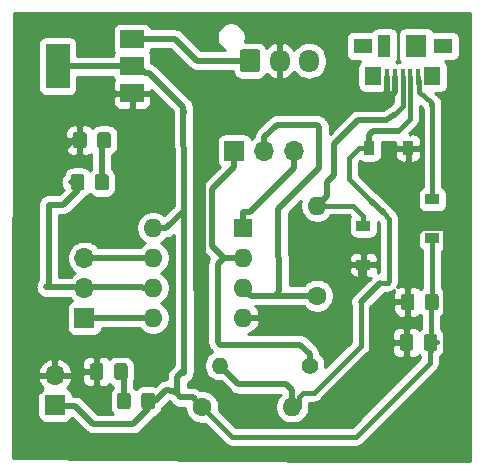
<source format=gbr>
G04 #@! TF.GenerationSoftware,KiCad,Pcbnew,(5.1.5)-3*
G04 #@! TF.CreationDate,2020-03-07T17:44:20+00:00*
G04 #@! TF.ProjectId,DigiSpark v3,44696769-5370-4617-926b-2076332e6b69,rev?*
G04 #@! TF.SameCoordinates,PX291b638PY79240f8*
G04 #@! TF.FileFunction,Copper,L1,Top*
G04 #@! TF.FilePolarity,Positive*
%FSLAX46Y46*%
G04 Gerber Fmt 4.6, Leading zero omitted, Abs format (unit mm)*
G04 Created by KiCad (PCBNEW (5.1.5)-3) date 2020-03-07 17:44:20*
%MOMM*%
%LPD*%
G04 APERTURE LIST*
%ADD10R,1.700000X1.700000*%
%ADD11O,1.700000X1.700000*%
%ADD12R,1.000000X1.900000*%
%ADD13R,1.800000X1.900000*%
%ADD14R,1.650000X1.300000*%
%ADD15R,1.425000X1.550000*%
%ADD16R,0.450000X1.380000*%
%ADD17C,0.100000*%
%ADD18R,0.900000X1.200000*%
%ADD19R,1.200000X0.900000*%
%ADD20O,1.700000X1.950000*%
%ADD21C,1.400000*%
%ADD22O,1.400000X1.400000*%
%ADD23C,1.600000*%
%ADD24O,1.600000X1.600000*%
%ADD25R,2.000000X3.800000*%
%ADD26R,2.000000X1.500000*%
%ADD27R,1.600000X1.600000*%
%ADD28C,0.800000*%
%ADD29C,0.500000*%
%ADD30C,0.400000*%
%ADD31C,0.254000*%
G04 APERTURE END LIST*
D10*
X11861800Y13766800D03*
D11*
X11861800Y16306800D03*
X11861800Y18846800D03*
X29641800Y27914600D03*
X27101800Y27914600D03*
D10*
X24561800Y27914600D03*
D12*
X37261200Y36810800D03*
D13*
X39961200Y36810800D03*
D14*
X35436200Y36810800D03*
X42186200Y36810800D03*
D15*
X36323700Y34235800D03*
X41298700Y34235800D03*
D16*
X37511200Y34150800D03*
X38161200Y34150800D03*
X38811200Y34150800D03*
X39461200Y34150800D03*
X40111200Y34150800D03*
G04 #@! TA.AperFunction,SMDPad,CuDef*
D17*
G36*
X39481905Y12408196D02*
G01*
X39506173Y12404596D01*
X39529972Y12398635D01*
X39553071Y12390370D01*
X39575250Y12379880D01*
X39596293Y12367268D01*
X39615999Y12352653D01*
X39634177Y12336177D01*
X39650653Y12317999D01*
X39665268Y12298293D01*
X39677880Y12277250D01*
X39688370Y12255071D01*
X39696635Y12231972D01*
X39702596Y12208173D01*
X39706196Y12183905D01*
X39707400Y12159401D01*
X39707400Y11259399D01*
X39706196Y11234895D01*
X39702596Y11210627D01*
X39696635Y11186828D01*
X39688370Y11163729D01*
X39677880Y11141550D01*
X39665268Y11120507D01*
X39650653Y11100801D01*
X39634177Y11082623D01*
X39615999Y11066147D01*
X39596293Y11051532D01*
X39575250Y11038920D01*
X39553071Y11028430D01*
X39529972Y11020165D01*
X39506173Y11014204D01*
X39481905Y11010604D01*
X39457401Y11009400D01*
X38807399Y11009400D01*
X38782895Y11010604D01*
X38758627Y11014204D01*
X38734828Y11020165D01*
X38711729Y11028430D01*
X38689550Y11038920D01*
X38668507Y11051532D01*
X38648801Y11066147D01*
X38630623Y11082623D01*
X38614147Y11100801D01*
X38599532Y11120507D01*
X38586920Y11141550D01*
X38576430Y11163729D01*
X38568165Y11186828D01*
X38562204Y11210627D01*
X38558604Y11234895D01*
X38557400Y11259399D01*
X38557400Y12159401D01*
X38558604Y12183905D01*
X38562204Y12208173D01*
X38568165Y12231972D01*
X38576430Y12255071D01*
X38586920Y12277250D01*
X38599532Y12298293D01*
X38614147Y12317999D01*
X38630623Y12336177D01*
X38648801Y12352653D01*
X38668507Y12367268D01*
X38689550Y12379880D01*
X38711729Y12390370D01*
X38734828Y12398635D01*
X38758627Y12404596D01*
X38782895Y12408196D01*
X38807399Y12409400D01*
X39457401Y12409400D01*
X39481905Y12408196D01*
G37*
G04 #@! TD.AperFunction*
G04 #@! TA.AperFunction,SMDPad,CuDef*
G36*
X41531905Y12408196D02*
G01*
X41556173Y12404596D01*
X41579972Y12398635D01*
X41603071Y12390370D01*
X41625250Y12379880D01*
X41646293Y12367268D01*
X41665999Y12352653D01*
X41684177Y12336177D01*
X41700653Y12317999D01*
X41715268Y12298293D01*
X41727880Y12277250D01*
X41738370Y12255071D01*
X41746635Y12231972D01*
X41752596Y12208173D01*
X41756196Y12183905D01*
X41757400Y12159401D01*
X41757400Y11259399D01*
X41756196Y11234895D01*
X41752596Y11210627D01*
X41746635Y11186828D01*
X41738370Y11163729D01*
X41727880Y11141550D01*
X41715268Y11120507D01*
X41700653Y11100801D01*
X41684177Y11082623D01*
X41665999Y11066147D01*
X41646293Y11051532D01*
X41625250Y11038920D01*
X41603071Y11028430D01*
X41579972Y11020165D01*
X41556173Y11014204D01*
X41531905Y11010604D01*
X41507401Y11009400D01*
X40857399Y11009400D01*
X40832895Y11010604D01*
X40808627Y11014204D01*
X40784828Y11020165D01*
X40761729Y11028430D01*
X40739550Y11038920D01*
X40718507Y11051532D01*
X40698801Y11066147D01*
X40680623Y11082623D01*
X40664147Y11100801D01*
X40649532Y11120507D01*
X40636920Y11141550D01*
X40626430Y11163729D01*
X40618165Y11186828D01*
X40612204Y11210627D01*
X40608604Y11234895D01*
X40607400Y11259399D01*
X40607400Y12159401D01*
X40608604Y12183905D01*
X40612204Y12208173D01*
X40618165Y12231972D01*
X40626430Y12255071D01*
X40636920Y12277250D01*
X40649532Y12298293D01*
X40664147Y12317999D01*
X40680623Y12336177D01*
X40698801Y12352653D01*
X40718507Y12367268D01*
X40739550Y12379880D01*
X40761729Y12390370D01*
X40784828Y12398635D01*
X40808627Y12404596D01*
X40832895Y12408196D01*
X40857399Y12409400D01*
X41507401Y12409400D01*
X41531905Y12408196D01*
G37*
G04 #@! TD.AperFunction*
G04 #@! TA.AperFunction,SMDPad,CuDef*
G36*
X41633505Y15837196D02*
G01*
X41657773Y15833596D01*
X41681572Y15827635D01*
X41704671Y15819370D01*
X41726850Y15808880D01*
X41747893Y15796268D01*
X41767599Y15781653D01*
X41785777Y15765177D01*
X41802253Y15746999D01*
X41816868Y15727293D01*
X41829480Y15706250D01*
X41839970Y15684071D01*
X41848235Y15660972D01*
X41854196Y15637173D01*
X41857796Y15612905D01*
X41859000Y15588401D01*
X41859000Y14688399D01*
X41857796Y14663895D01*
X41854196Y14639627D01*
X41848235Y14615828D01*
X41839970Y14592729D01*
X41829480Y14570550D01*
X41816868Y14549507D01*
X41802253Y14529801D01*
X41785777Y14511623D01*
X41767599Y14495147D01*
X41747893Y14480532D01*
X41726850Y14467920D01*
X41704671Y14457430D01*
X41681572Y14449165D01*
X41657773Y14443204D01*
X41633505Y14439604D01*
X41609001Y14438400D01*
X40958999Y14438400D01*
X40934495Y14439604D01*
X40910227Y14443204D01*
X40886428Y14449165D01*
X40863329Y14457430D01*
X40841150Y14467920D01*
X40820107Y14480532D01*
X40800401Y14495147D01*
X40782223Y14511623D01*
X40765747Y14529801D01*
X40751132Y14549507D01*
X40738520Y14570550D01*
X40728030Y14592729D01*
X40719765Y14615828D01*
X40713804Y14639627D01*
X40710204Y14663895D01*
X40709000Y14688399D01*
X40709000Y15588401D01*
X40710204Y15612905D01*
X40713804Y15637173D01*
X40719765Y15660972D01*
X40728030Y15684071D01*
X40738520Y15706250D01*
X40751132Y15727293D01*
X40765747Y15746999D01*
X40782223Y15765177D01*
X40800401Y15781653D01*
X40820107Y15796268D01*
X40841150Y15808880D01*
X40863329Y15819370D01*
X40886428Y15827635D01*
X40910227Y15833596D01*
X40934495Y15837196D01*
X40958999Y15838400D01*
X41609001Y15838400D01*
X41633505Y15837196D01*
G37*
G04 #@! TD.AperFunction*
G04 #@! TA.AperFunction,SMDPad,CuDef*
G36*
X39583505Y15837196D02*
G01*
X39607773Y15833596D01*
X39631572Y15827635D01*
X39654671Y15819370D01*
X39676850Y15808880D01*
X39697893Y15796268D01*
X39717599Y15781653D01*
X39735777Y15765177D01*
X39752253Y15746999D01*
X39766868Y15727293D01*
X39779480Y15706250D01*
X39789970Y15684071D01*
X39798235Y15660972D01*
X39804196Y15637173D01*
X39807796Y15612905D01*
X39809000Y15588401D01*
X39809000Y14688399D01*
X39807796Y14663895D01*
X39804196Y14639627D01*
X39798235Y14615828D01*
X39789970Y14592729D01*
X39779480Y14570550D01*
X39766868Y14549507D01*
X39752253Y14529801D01*
X39735777Y14511623D01*
X39717599Y14495147D01*
X39697893Y14480532D01*
X39676850Y14467920D01*
X39654671Y14457430D01*
X39631572Y14449165D01*
X39607773Y14443204D01*
X39583505Y14439604D01*
X39559001Y14438400D01*
X38908999Y14438400D01*
X38884495Y14439604D01*
X38860227Y14443204D01*
X38836428Y14449165D01*
X38813329Y14457430D01*
X38791150Y14467920D01*
X38770107Y14480532D01*
X38750401Y14495147D01*
X38732223Y14511623D01*
X38715747Y14529801D01*
X38701132Y14549507D01*
X38688520Y14570550D01*
X38678030Y14592729D01*
X38669765Y14615828D01*
X38663804Y14639627D01*
X38660204Y14663895D01*
X38659000Y14688399D01*
X38659000Y15588401D01*
X38660204Y15612905D01*
X38663804Y15637173D01*
X38669765Y15660972D01*
X38678030Y15684071D01*
X38688520Y15706250D01*
X38701132Y15727293D01*
X38715747Y15746999D01*
X38732223Y15765177D01*
X38750401Y15781653D01*
X38770107Y15796268D01*
X38791150Y15808880D01*
X38813329Y15819370D01*
X38836428Y15827635D01*
X38860227Y15833596D01*
X38884495Y15837196D01*
X38908999Y15838400D01*
X39559001Y15838400D01*
X39583505Y15837196D01*
G37*
G04 #@! TD.AperFunction*
D18*
X35967400Y28168600D03*
X39267400Y28168600D03*
D19*
X35483800Y21589000D03*
X35483800Y18289000D03*
X41325800Y20524200D03*
X41325800Y23824200D03*
G04 #@! TA.AperFunction,SMDPad,CuDef*
D17*
G36*
X13693505Y25971796D02*
G01*
X13717773Y25968196D01*
X13741572Y25962235D01*
X13764671Y25953970D01*
X13786850Y25943480D01*
X13807893Y25930868D01*
X13827599Y25916253D01*
X13845777Y25899777D01*
X13862253Y25881599D01*
X13876868Y25861893D01*
X13889480Y25840850D01*
X13899970Y25818671D01*
X13908235Y25795572D01*
X13914196Y25771773D01*
X13917796Y25747505D01*
X13919000Y25723001D01*
X13919000Y24822999D01*
X13917796Y24798495D01*
X13914196Y24774227D01*
X13908235Y24750428D01*
X13899970Y24727329D01*
X13889480Y24705150D01*
X13876868Y24684107D01*
X13862253Y24664401D01*
X13845777Y24646223D01*
X13827599Y24629747D01*
X13807893Y24615132D01*
X13786850Y24602520D01*
X13764671Y24592030D01*
X13741572Y24583765D01*
X13717773Y24577804D01*
X13693505Y24574204D01*
X13669001Y24573000D01*
X13018999Y24573000D01*
X12994495Y24574204D01*
X12970227Y24577804D01*
X12946428Y24583765D01*
X12923329Y24592030D01*
X12901150Y24602520D01*
X12880107Y24615132D01*
X12860401Y24629747D01*
X12842223Y24646223D01*
X12825747Y24664401D01*
X12811132Y24684107D01*
X12798520Y24705150D01*
X12788030Y24727329D01*
X12779765Y24750428D01*
X12773804Y24774227D01*
X12770204Y24798495D01*
X12769000Y24822999D01*
X12769000Y25723001D01*
X12770204Y25747505D01*
X12773804Y25771773D01*
X12779765Y25795572D01*
X12788030Y25818671D01*
X12798520Y25840850D01*
X12811132Y25861893D01*
X12825747Y25881599D01*
X12842223Y25899777D01*
X12860401Y25916253D01*
X12880107Y25930868D01*
X12901150Y25943480D01*
X12923329Y25953970D01*
X12946428Y25962235D01*
X12970227Y25968196D01*
X12994495Y25971796D01*
X13018999Y25973000D01*
X13669001Y25973000D01*
X13693505Y25971796D01*
G37*
G04 #@! TD.AperFunction*
G04 #@! TA.AperFunction,SMDPad,CuDef*
G36*
X11643505Y25971796D02*
G01*
X11667773Y25968196D01*
X11691572Y25962235D01*
X11714671Y25953970D01*
X11736850Y25943480D01*
X11757893Y25930868D01*
X11777599Y25916253D01*
X11795777Y25899777D01*
X11812253Y25881599D01*
X11826868Y25861893D01*
X11839480Y25840850D01*
X11849970Y25818671D01*
X11858235Y25795572D01*
X11864196Y25771773D01*
X11867796Y25747505D01*
X11869000Y25723001D01*
X11869000Y24822999D01*
X11867796Y24798495D01*
X11864196Y24774227D01*
X11858235Y24750428D01*
X11849970Y24727329D01*
X11839480Y24705150D01*
X11826868Y24684107D01*
X11812253Y24664401D01*
X11795777Y24646223D01*
X11777599Y24629747D01*
X11757893Y24615132D01*
X11736850Y24602520D01*
X11714671Y24592030D01*
X11691572Y24583765D01*
X11667773Y24577804D01*
X11643505Y24574204D01*
X11619001Y24573000D01*
X10968999Y24573000D01*
X10944495Y24574204D01*
X10920227Y24577804D01*
X10896428Y24583765D01*
X10873329Y24592030D01*
X10851150Y24602520D01*
X10830107Y24615132D01*
X10810401Y24629747D01*
X10792223Y24646223D01*
X10775747Y24664401D01*
X10761132Y24684107D01*
X10748520Y24705150D01*
X10738030Y24727329D01*
X10729765Y24750428D01*
X10723804Y24774227D01*
X10720204Y24798495D01*
X10719000Y24822999D01*
X10719000Y25723001D01*
X10720204Y25747505D01*
X10723804Y25771773D01*
X10729765Y25795572D01*
X10738030Y25818671D01*
X10748520Y25840850D01*
X10761132Y25861893D01*
X10775747Y25881599D01*
X10792223Y25899777D01*
X10810401Y25916253D01*
X10830107Y25930868D01*
X10851150Y25943480D01*
X10873329Y25953970D01*
X10896428Y25962235D01*
X10920227Y25968196D01*
X10944495Y25971796D01*
X10968999Y25973000D01*
X11619001Y25973000D01*
X11643505Y25971796D01*
G37*
G04 #@! TD.AperFunction*
G04 #@! TA.AperFunction,SMDPad,CuDef*
G36*
X17605105Y7455196D02*
G01*
X17629373Y7451596D01*
X17653172Y7445635D01*
X17676271Y7437370D01*
X17698450Y7426880D01*
X17719493Y7414268D01*
X17739199Y7399653D01*
X17757377Y7383177D01*
X17773853Y7364999D01*
X17788468Y7345293D01*
X17801080Y7324250D01*
X17811570Y7302071D01*
X17819835Y7278972D01*
X17825796Y7255173D01*
X17829396Y7230905D01*
X17830600Y7206401D01*
X17830600Y6306399D01*
X17829396Y6281895D01*
X17825796Y6257627D01*
X17819835Y6233828D01*
X17811570Y6210729D01*
X17801080Y6188550D01*
X17788468Y6167507D01*
X17773853Y6147801D01*
X17757377Y6129623D01*
X17739199Y6113147D01*
X17719493Y6098532D01*
X17698450Y6085920D01*
X17676271Y6075430D01*
X17653172Y6067165D01*
X17629373Y6061204D01*
X17605105Y6057604D01*
X17580601Y6056400D01*
X16930599Y6056400D01*
X16906095Y6057604D01*
X16881827Y6061204D01*
X16858028Y6067165D01*
X16834929Y6075430D01*
X16812750Y6085920D01*
X16791707Y6098532D01*
X16772001Y6113147D01*
X16753823Y6129623D01*
X16737347Y6147801D01*
X16722732Y6167507D01*
X16710120Y6188550D01*
X16699630Y6210729D01*
X16691365Y6233828D01*
X16685404Y6257627D01*
X16681804Y6281895D01*
X16680600Y6306399D01*
X16680600Y7206401D01*
X16681804Y7230905D01*
X16685404Y7255173D01*
X16691365Y7278972D01*
X16699630Y7302071D01*
X16710120Y7324250D01*
X16722732Y7345293D01*
X16737347Y7364999D01*
X16753823Y7383177D01*
X16772001Y7399653D01*
X16791707Y7414268D01*
X16812750Y7426880D01*
X16834929Y7437370D01*
X16858028Y7445635D01*
X16881827Y7451596D01*
X16906095Y7455196D01*
X16930599Y7456400D01*
X17580601Y7456400D01*
X17605105Y7455196D01*
G37*
G04 #@! TD.AperFunction*
G04 #@! TA.AperFunction,SMDPad,CuDef*
G36*
X15555105Y7455196D02*
G01*
X15579373Y7451596D01*
X15603172Y7445635D01*
X15626271Y7437370D01*
X15648450Y7426880D01*
X15669493Y7414268D01*
X15689199Y7399653D01*
X15707377Y7383177D01*
X15723853Y7364999D01*
X15738468Y7345293D01*
X15751080Y7324250D01*
X15761570Y7302071D01*
X15769835Y7278972D01*
X15775796Y7255173D01*
X15779396Y7230905D01*
X15780600Y7206401D01*
X15780600Y6306399D01*
X15779396Y6281895D01*
X15775796Y6257627D01*
X15769835Y6233828D01*
X15761570Y6210729D01*
X15751080Y6188550D01*
X15738468Y6167507D01*
X15723853Y6147801D01*
X15707377Y6129623D01*
X15689199Y6113147D01*
X15669493Y6098532D01*
X15648450Y6085920D01*
X15626271Y6075430D01*
X15603172Y6067165D01*
X15579373Y6061204D01*
X15555105Y6057604D01*
X15530601Y6056400D01*
X14880599Y6056400D01*
X14856095Y6057604D01*
X14831827Y6061204D01*
X14808028Y6067165D01*
X14784929Y6075430D01*
X14762750Y6085920D01*
X14741707Y6098532D01*
X14722001Y6113147D01*
X14703823Y6129623D01*
X14687347Y6147801D01*
X14672732Y6167507D01*
X14660120Y6188550D01*
X14649630Y6210729D01*
X14641365Y6233828D01*
X14635404Y6257627D01*
X14631804Y6281895D01*
X14630600Y6306399D01*
X14630600Y7206401D01*
X14631804Y7230905D01*
X14635404Y7255173D01*
X14641365Y7278972D01*
X14649630Y7302071D01*
X14660120Y7324250D01*
X14672732Y7345293D01*
X14687347Y7364999D01*
X14703823Y7383177D01*
X14722001Y7399653D01*
X14741707Y7414268D01*
X14762750Y7426880D01*
X14784929Y7437370D01*
X14808028Y7445635D01*
X14831827Y7451596D01*
X14856095Y7455196D01*
X14880599Y7456400D01*
X15530601Y7456400D01*
X15555105Y7455196D01*
G37*
G04 #@! TD.AperFunction*
G04 #@! TA.AperFunction,ComponentPad*
G36*
X26507104Y36533796D02*
G01*
X26531373Y36530196D01*
X26555171Y36524235D01*
X26578271Y36515970D01*
X26600449Y36505480D01*
X26621493Y36492867D01*
X26641198Y36478253D01*
X26659377Y36461777D01*
X26675853Y36443598D01*
X26690467Y36423893D01*
X26703080Y36402849D01*
X26713570Y36380671D01*
X26721835Y36357571D01*
X26727796Y36333773D01*
X26731396Y36309504D01*
X26732600Y36285000D01*
X26732600Y34835000D01*
X26731396Y34810496D01*
X26727796Y34786227D01*
X26721835Y34762429D01*
X26713570Y34739329D01*
X26703080Y34717151D01*
X26690467Y34696107D01*
X26675853Y34676402D01*
X26659377Y34658223D01*
X26641198Y34641747D01*
X26621493Y34627133D01*
X26600449Y34614520D01*
X26578271Y34604030D01*
X26555171Y34595765D01*
X26531373Y34589804D01*
X26507104Y34586204D01*
X26482600Y34585000D01*
X25282600Y34585000D01*
X25258096Y34586204D01*
X25233827Y34589804D01*
X25210029Y34595765D01*
X25186929Y34604030D01*
X25164751Y34614520D01*
X25143707Y34627133D01*
X25124002Y34641747D01*
X25105823Y34658223D01*
X25089347Y34676402D01*
X25074733Y34696107D01*
X25062120Y34717151D01*
X25051630Y34739329D01*
X25043365Y34762429D01*
X25037404Y34786227D01*
X25033804Y34810496D01*
X25032600Y34835000D01*
X25032600Y36285000D01*
X25033804Y36309504D01*
X25037404Y36333773D01*
X25043365Y36357571D01*
X25051630Y36380671D01*
X25062120Y36402849D01*
X25074733Y36423893D01*
X25089347Y36443598D01*
X25105823Y36461777D01*
X25124002Y36478253D01*
X25143707Y36492867D01*
X25164751Y36505480D01*
X25186929Y36515970D01*
X25210029Y36524235D01*
X25233827Y36530196D01*
X25258096Y36533796D01*
X25282600Y36535000D01*
X26482600Y36535000D01*
X26507104Y36533796D01*
G37*
G04 #@! TD.AperFunction*
D20*
X28382600Y35560000D03*
X30882600Y35560000D03*
D10*
X9372600Y6400800D03*
D11*
X9372600Y8940800D03*
D21*
X30937200Y9753600D03*
D22*
X23317200Y9753600D03*
D23*
X31572200Y15671800D03*
D24*
X31572200Y23291800D03*
X29464000Y6248400D03*
D23*
X21844000Y6248400D03*
G04 #@! TA.AperFunction,SMDPad,CuDef*
D17*
G36*
X11821305Y29527796D02*
G01*
X11845573Y29524196D01*
X11869372Y29518235D01*
X11892471Y29509970D01*
X11914650Y29499480D01*
X11935693Y29486868D01*
X11955399Y29472253D01*
X11973577Y29455777D01*
X11990053Y29437599D01*
X12004668Y29417893D01*
X12017280Y29396850D01*
X12027770Y29374671D01*
X12036035Y29351572D01*
X12041996Y29327773D01*
X12045596Y29303505D01*
X12046800Y29279001D01*
X12046800Y28378999D01*
X12045596Y28354495D01*
X12041996Y28330227D01*
X12036035Y28306428D01*
X12027770Y28283329D01*
X12017280Y28261150D01*
X12004668Y28240107D01*
X11990053Y28220401D01*
X11973577Y28202223D01*
X11955399Y28185747D01*
X11935693Y28171132D01*
X11914650Y28158520D01*
X11892471Y28148030D01*
X11869372Y28139765D01*
X11845573Y28133804D01*
X11821305Y28130204D01*
X11796801Y28129000D01*
X11146799Y28129000D01*
X11122295Y28130204D01*
X11098027Y28133804D01*
X11074228Y28139765D01*
X11051129Y28148030D01*
X11028950Y28158520D01*
X11007907Y28171132D01*
X10988201Y28185747D01*
X10970023Y28202223D01*
X10953547Y28220401D01*
X10938932Y28240107D01*
X10926320Y28261150D01*
X10915830Y28283329D01*
X10907565Y28306428D01*
X10901604Y28330227D01*
X10898004Y28354495D01*
X10896800Y28378999D01*
X10896800Y29279001D01*
X10898004Y29303505D01*
X10901604Y29327773D01*
X10907565Y29351572D01*
X10915830Y29374671D01*
X10926320Y29396850D01*
X10938932Y29417893D01*
X10953547Y29437599D01*
X10970023Y29455777D01*
X10988201Y29472253D01*
X11007907Y29486868D01*
X11028950Y29499480D01*
X11051129Y29509970D01*
X11074228Y29518235D01*
X11098027Y29524196D01*
X11122295Y29527796D01*
X11146799Y29529000D01*
X11796801Y29529000D01*
X11821305Y29527796D01*
G37*
G04 #@! TD.AperFunction*
G04 #@! TA.AperFunction,SMDPad,CuDef*
G36*
X13871305Y29527796D02*
G01*
X13895573Y29524196D01*
X13919372Y29518235D01*
X13942471Y29509970D01*
X13964650Y29499480D01*
X13985693Y29486868D01*
X14005399Y29472253D01*
X14023577Y29455777D01*
X14040053Y29437599D01*
X14054668Y29417893D01*
X14067280Y29396850D01*
X14077770Y29374671D01*
X14086035Y29351572D01*
X14091996Y29327773D01*
X14095596Y29303505D01*
X14096800Y29279001D01*
X14096800Y28378999D01*
X14095596Y28354495D01*
X14091996Y28330227D01*
X14086035Y28306428D01*
X14077770Y28283329D01*
X14067280Y28261150D01*
X14054668Y28240107D01*
X14040053Y28220401D01*
X14023577Y28202223D01*
X14005399Y28185747D01*
X13985693Y28171132D01*
X13964650Y28158520D01*
X13942471Y28148030D01*
X13919372Y28139765D01*
X13895573Y28133804D01*
X13871305Y28130204D01*
X13846801Y28129000D01*
X13196799Y28129000D01*
X13172295Y28130204D01*
X13148027Y28133804D01*
X13124228Y28139765D01*
X13101129Y28148030D01*
X13078950Y28158520D01*
X13057907Y28171132D01*
X13038201Y28185747D01*
X13020023Y28202223D01*
X13003547Y28220401D01*
X12988932Y28240107D01*
X12976320Y28261150D01*
X12965830Y28283329D01*
X12957565Y28306428D01*
X12951604Y28330227D01*
X12948004Y28354495D01*
X12946800Y28378999D01*
X12946800Y29279001D01*
X12948004Y29303505D01*
X12951604Y29327773D01*
X12957565Y29351572D01*
X12965830Y29374671D01*
X12976320Y29396850D01*
X12988932Y29417893D01*
X13003547Y29437599D01*
X13020023Y29455777D01*
X13038201Y29472253D01*
X13057907Y29486868D01*
X13078950Y29499480D01*
X13101129Y29509970D01*
X13124228Y29518235D01*
X13148027Y29524196D01*
X13172295Y29527796D01*
X13196799Y29529000D01*
X13846801Y29529000D01*
X13871305Y29527796D01*
G37*
G04 #@! TD.AperFunction*
G04 #@! TA.AperFunction,SMDPad,CuDef*
G36*
X15293705Y9944396D02*
G01*
X15317973Y9940796D01*
X15341772Y9934835D01*
X15364871Y9926570D01*
X15387050Y9916080D01*
X15408093Y9903468D01*
X15427799Y9888853D01*
X15445977Y9872377D01*
X15462453Y9854199D01*
X15477068Y9834493D01*
X15489680Y9813450D01*
X15500170Y9791271D01*
X15508435Y9768172D01*
X15514396Y9744373D01*
X15517996Y9720105D01*
X15519200Y9695601D01*
X15519200Y8795599D01*
X15517996Y8771095D01*
X15514396Y8746827D01*
X15508435Y8723028D01*
X15500170Y8699929D01*
X15489680Y8677750D01*
X15477068Y8656707D01*
X15462453Y8637001D01*
X15445977Y8618823D01*
X15427799Y8602347D01*
X15408093Y8587732D01*
X15387050Y8575120D01*
X15364871Y8564630D01*
X15341772Y8556365D01*
X15317973Y8550404D01*
X15293705Y8546804D01*
X15269201Y8545600D01*
X14619199Y8545600D01*
X14594695Y8546804D01*
X14570427Y8550404D01*
X14546628Y8556365D01*
X14523529Y8564630D01*
X14501350Y8575120D01*
X14480307Y8587732D01*
X14460601Y8602347D01*
X14442423Y8618823D01*
X14425947Y8637001D01*
X14411332Y8656707D01*
X14398720Y8677750D01*
X14388230Y8699929D01*
X14379965Y8723028D01*
X14374004Y8746827D01*
X14370404Y8771095D01*
X14369200Y8795599D01*
X14369200Y9695601D01*
X14370404Y9720105D01*
X14374004Y9744373D01*
X14379965Y9768172D01*
X14388230Y9791271D01*
X14398720Y9813450D01*
X14411332Y9834493D01*
X14425947Y9854199D01*
X14442423Y9872377D01*
X14460601Y9888853D01*
X14480307Y9903468D01*
X14501350Y9916080D01*
X14523529Y9926570D01*
X14546628Y9934835D01*
X14570427Y9940796D01*
X14594695Y9944396D01*
X14619199Y9945600D01*
X15269201Y9945600D01*
X15293705Y9944396D01*
G37*
G04 #@! TD.AperFunction*
G04 #@! TA.AperFunction,SMDPad,CuDef*
G36*
X13243705Y9944396D02*
G01*
X13267973Y9940796D01*
X13291772Y9934835D01*
X13314871Y9926570D01*
X13337050Y9916080D01*
X13358093Y9903468D01*
X13377799Y9888853D01*
X13395977Y9872377D01*
X13412453Y9854199D01*
X13427068Y9834493D01*
X13439680Y9813450D01*
X13450170Y9791271D01*
X13458435Y9768172D01*
X13464396Y9744373D01*
X13467996Y9720105D01*
X13469200Y9695601D01*
X13469200Y8795599D01*
X13467996Y8771095D01*
X13464396Y8746827D01*
X13458435Y8723028D01*
X13450170Y8699929D01*
X13439680Y8677750D01*
X13427068Y8656707D01*
X13412453Y8637001D01*
X13395977Y8618823D01*
X13377799Y8602347D01*
X13358093Y8587732D01*
X13337050Y8575120D01*
X13314871Y8564630D01*
X13291772Y8556365D01*
X13267973Y8550404D01*
X13243705Y8546804D01*
X13219201Y8545600D01*
X12569199Y8545600D01*
X12544695Y8546804D01*
X12520427Y8550404D01*
X12496628Y8556365D01*
X12473529Y8564630D01*
X12451350Y8575120D01*
X12430307Y8587732D01*
X12410601Y8602347D01*
X12392423Y8618823D01*
X12375947Y8637001D01*
X12361332Y8656707D01*
X12348720Y8677750D01*
X12338230Y8699929D01*
X12329965Y8723028D01*
X12324004Y8746827D01*
X12320404Y8771095D01*
X12319200Y8795599D01*
X12319200Y9695601D01*
X12320404Y9720105D01*
X12324004Y9744373D01*
X12329965Y9768172D01*
X12338230Y9791271D01*
X12348720Y9813450D01*
X12361332Y9834493D01*
X12375947Y9854199D01*
X12392423Y9872377D01*
X12410601Y9888853D01*
X12430307Y9903468D01*
X12451350Y9916080D01*
X12473529Y9926570D01*
X12496628Y9934835D01*
X12520427Y9940796D01*
X12544695Y9944396D01*
X12569199Y9945600D01*
X13219201Y9945600D01*
X13243705Y9944396D01*
G37*
G04 #@! TD.AperFunction*
D25*
X9600800Y35102800D03*
D26*
X15900800Y35102800D03*
X15900800Y37402800D03*
X15900800Y32802800D03*
D27*
X25298400Y21412200D03*
D24*
X17678400Y13792200D03*
X25298400Y18872200D03*
X17678400Y16332200D03*
X25298400Y16332200D03*
X17678400Y18872200D03*
X25298400Y13792200D03*
X17678400Y21412200D03*
D28*
X37236400Y14859000D03*
X33985200Y16357600D03*
D29*
X37511200Y34150800D02*
X37511200Y32960800D01*
X36616000Y32065600D02*
X37323400Y32065600D01*
X38136199Y32878399D02*
X38136199Y34150800D01*
X37323400Y32065600D02*
X38136199Y32878399D01*
X37511200Y32960800D02*
X37033200Y32232600D01*
X37033200Y32232600D02*
X36616000Y32065600D01*
X36550600Y31750000D02*
X37033200Y32232600D01*
X28382600Y34085000D02*
X28448000Y34019600D01*
X28382600Y35560000D02*
X28382600Y34085000D01*
X28448000Y34019600D02*
X28448000Y31877000D01*
X28448000Y31877000D02*
X28575000Y31750000D01*
D30*
X35204400Y18009600D02*
X35483800Y18289000D01*
X35204400Y16459200D02*
X35204400Y18009600D01*
X37236400Y10769600D02*
X37236400Y14859000D01*
X31242000Y4775200D02*
X37236400Y10769600D01*
X25933168Y4775200D02*
X31242000Y4775200D01*
X21935210Y8773158D02*
X25933168Y4775200D01*
X8122599Y7570801D02*
X8202599Y7650801D01*
X36042600Y2565400D02*
X10787998Y2565400D01*
X42357410Y8880210D02*
X36042600Y2565400D01*
X39234000Y20202402D02*
X40405799Y21374201D01*
X39234000Y15138400D02*
X39234000Y20202402D01*
X40405799Y21374201D02*
X42245801Y21374201D01*
X42245801Y21374201D02*
X42357410Y21262592D01*
X42357410Y21262592D02*
X42357410Y8880210D01*
D29*
X6731000Y24663200D02*
X10896800Y28829000D01*
X6731000Y4546600D02*
X6731000Y24663200D01*
X8712200Y2565400D02*
X6731000Y4546600D01*
X10896800Y28829000D02*
X11471800Y28829000D01*
X10787998Y2565400D02*
X8712200Y2565400D01*
D30*
X21935210Y31231610D02*
X21935210Y8773158D01*
D29*
X21935210Y31231610D02*
X21935210Y31485610D01*
D30*
X21935210Y31487642D02*
X21935210Y31231610D01*
D29*
X21935210Y31485610D02*
X22098000Y31648400D01*
X22098000Y31648400D02*
X28854400Y31648400D01*
X28575000Y31750000D02*
X28854400Y31648400D01*
X28854400Y31648400D02*
X36550600Y31750000D01*
X35102800Y16357600D02*
X33985200Y16357600D01*
X35204400Y16459200D02*
X35102800Y16357600D01*
X11103600Y6324600D02*
X12627600Y4800600D01*
X17255600Y6056400D02*
X17255600Y6756400D01*
X15999800Y4800600D02*
X17255600Y6056400D01*
X12627600Y4800600D02*
X15999800Y4800600D01*
X17830600Y6756400D02*
X18770400Y7696200D01*
X17255600Y6756400D02*
X17830600Y6756400D01*
X11100800Y35102800D02*
X15900800Y35102800D01*
X9600800Y35102800D02*
X11100800Y35102800D01*
X20294600Y25804600D02*
X20294600Y22936200D01*
X18809770Y21412200D02*
X20257570Y22860000D01*
X17678400Y21412200D02*
X18809770Y21412200D01*
X9448800Y6324600D02*
X9372600Y6400800D01*
X10617200Y6324600D02*
X11103600Y6324600D01*
X10617200Y6324600D02*
X9448800Y6324600D01*
X9753600Y6324600D02*
X10617200Y6324600D01*
X21044001Y7048399D02*
X19951801Y7048399D01*
X18770400Y7696200D02*
X19380200Y7620000D01*
X21844000Y6248400D02*
X21044001Y7048399D01*
X19380200Y7620000D02*
X19710400Y7696200D01*
X19951801Y7048399D02*
X19710400Y7467600D01*
X19710400Y7467600D02*
X19380200Y7620000D01*
D30*
X41757400Y11709400D02*
X41182400Y11709400D01*
X41182400Y15036800D02*
X41284000Y15138400D01*
X41182400Y11709400D02*
X41182400Y15036800D01*
X41284000Y20482400D02*
X41325800Y20524200D01*
X41284000Y15138400D02*
X41284000Y20482400D01*
D29*
X15900800Y35102800D02*
X16662400Y35102800D01*
D30*
X15900800Y35102800D02*
X16510000Y35102800D01*
D29*
X15900800Y35102800D02*
X16408400Y35102800D01*
X16408400Y35102800D02*
X17018000Y34493200D01*
X17018000Y34493200D02*
X17373600Y34493200D01*
X20218400Y31648400D02*
X20218400Y30784800D01*
X17373600Y34493200D02*
X20218400Y31648400D01*
X20294600Y31294600D02*
X20218400Y30784800D01*
X20218400Y30784800D02*
X20294600Y25804600D01*
X19710400Y8788400D02*
X20320000Y9398000D01*
X19710400Y7467600D02*
X19710400Y8788400D01*
X20294600Y22936200D02*
X20320000Y9398000D01*
X20320000Y9398000D02*
X20294600Y9118600D01*
D30*
X24384000Y3708400D02*
X34823400Y3708400D01*
X21844000Y6248400D02*
X24384000Y3708400D01*
X34823400Y3708400D02*
X41122600Y10007600D01*
X41182400Y11009400D02*
X41182400Y11709400D01*
X41122600Y10007600D02*
X41122600Y10949600D01*
X41122600Y10949600D02*
X41182400Y11009400D01*
D29*
X29464000Y6248400D02*
X29464000Y7670800D01*
X29464000Y7670800D02*
X28956000Y8178800D01*
X24892000Y8178800D02*
X23317200Y9753600D01*
X28956000Y8178800D02*
X24892000Y8178800D01*
X35967400Y29268600D02*
X36289800Y29591000D01*
X35967400Y28168600D02*
X35967400Y29268600D01*
X36289800Y29591000D02*
X36289800Y29609600D01*
X36289800Y29591000D02*
X38379400Y29591000D01*
D30*
X39461200Y34000200D02*
X39471600Y33989800D01*
X39461200Y34150800D02*
X39461200Y34000200D01*
X39471600Y33989800D02*
X39471600Y30962600D01*
X39471600Y30962600D02*
X39446200Y30937200D01*
X39446200Y30657800D02*
X38379400Y29591000D01*
X39446200Y30937200D02*
X39446200Y30657800D01*
X35967400Y28168600D02*
X35117400Y28168600D01*
X34305010Y27356210D02*
X34305010Y25543466D01*
X34305010Y25543466D02*
X36164875Y23683601D01*
X35117400Y28168600D02*
X34305010Y27356210D01*
D29*
X37195001Y22653475D02*
X36164875Y23683601D01*
D30*
X30063990Y6248400D02*
X29464000Y6248400D01*
X30063990Y6575869D02*
X30063990Y6248400D01*
D29*
X36906200Y16764000D02*
X35239389Y15097189D01*
D30*
X37541200Y16764000D02*
X36906200Y16764000D01*
X37195001Y22653475D02*
X37668200Y22180276D01*
X37668200Y16891000D02*
X37541200Y16764000D01*
X37668200Y22180276D02*
X37668200Y16891000D01*
X30391459Y7448422D02*
X30039980Y7096943D01*
X35239389Y15097189D02*
X35239389Y11409473D01*
X35239389Y11409473D02*
X31278338Y7448422D01*
X31278338Y7448422D02*
X30391459Y7448422D01*
X30039980Y7096943D02*
X30039980Y6599879D01*
X30039980Y6599879D02*
X30063990Y6575869D01*
X38836199Y34061801D02*
X38836199Y32360001D01*
X38811200Y34150800D02*
X38811200Y34086800D01*
X38811200Y34086800D02*
X38836199Y34061801D01*
X38836199Y32360001D02*
X38836600Y32359600D01*
X38836600Y31699200D02*
X38074600Y30937200D01*
X38836600Y32359600D02*
X38836600Y31699200D01*
D29*
X37363400Y30530800D02*
X38074600Y30937200D01*
X35026600Y30530800D02*
X37363400Y30530800D01*
X32372199Y24091799D02*
X32372199Y25260199D01*
X31572200Y23291800D02*
X32372199Y24091799D01*
X32372199Y25260199D02*
X33020000Y25908000D01*
X33020000Y25908000D02*
X33020000Y28524200D01*
X33020000Y28524200D02*
X35026600Y30530800D01*
D30*
X32703570Y23291800D02*
X31572200Y23291800D01*
X34631000Y23291800D02*
X32703570Y23291800D01*
X35483800Y22439000D02*
X34631000Y23291800D01*
X35483800Y21589000D02*
X35483800Y22439000D01*
X40111200Y33888200D02*
X40186199Y33813201D01*
X40111200Y34150800D02*
X40111200Y33888200D01*
X40186199Y33813201D02*
X40186199Y32915001D01*
X41325800Y31927800D02*
X41173400Y32080200D01*
X41325800Y23824200D02*
X41325800Y31927800D01*
X40186199Y32915001D02*
X41173400Y32080200D01*
X41173400Y32080200D02*
X41249600Y31851600D01*
D29*
X13344000Y28651200D02*
X13521800Y28829000D01*
X13344000Y25273000D02*
X13344000Y28651200D01*
X10719000Y25273000D02*
X11294000Y25273000D01*
X11294000Y24573000D02*
X11294000Y25273000D01*
X8839200Y23368000D02*
X10089000Y23368000D01*
X17678400Y16332200D02*
X16826430Y16332200D01*
X16826430Y16332200D02*
X16775630Y16383000D01*
X16775630Y16383000D02*
X8610600Y16383000D01*
X10089000Y23368000D02*
X11294000Y24573000D01*
X8610600Y16383000D02*
X8839200Y16611600D01*
X8839200Y16611600D02*
X8839200Y23368000D01*
X15205600Y8984200D02*
X14944200Y9245600D01*
X15205600Y6756400D02*
X15205600Y8984200D01*
X19518600Y37402800D02*
X15900800Y37402800D01*
X25882600Y35560000D02*
X21361400Y35560000D01*
X21361400Y35560000D02*
X19518600Y37402800D01*
X11887200Y13792200D02*
X11861800Y13766800D01*
X17678400Y13792200D02*
X11887200Y13792200D01*
X11887200Y18872200D02*
X11861800Y18846800D01*
X17678400Y18872200D02*
X11887200Y18872200D01*
X25298400Y22712200D02*
X25273000Y22737600D01*
X25298400Y21412200D02*
X25298400Y22712200D01*
X25273000Y22737600D02*
X25861800Y22737600D01*
X29641800Y26517600D02*
X29641800Y27914600D01*
X25861800Y22737600D02*
X29641800Y26517600D01*
X25958800Y15671800D02*
X25298400Y16332200D01*
X27101800Y29116681D02*
X28134919Y30149800D01*
X27101800Y27914600D02*
X27101800Y29116681D01*
X28134919Y30149800D02*
X31572200Y30149800D01*
X31572200Y30149800D02*
X31750000Y29972000D01*
X31750000Y29972000D02*
X31750000Y26492200D01*
X31750000Y26492200D02*
X28270200Y23012400D01*
X28270200Y18973800D02*
X28371800Y18872200D01*
X28270200Y23012400D02*
X28270200Y18973800D01*
X28371800Y16027400D02*
X28016200Y15671800D01*
X28371800Y18872200D02*
X28371800Y16027400D01*
X31572200Y15671800D02*
X28016200Y15671800D01*
X28016200Y15671800D02*
X25958800Y15671800D01*
X24561800Y26564600D02*
X22682200Y24685000D01*
X24561800Y27914600D02*
X24561800Y26564600D01*
X22682200Y24685000D02*
X22682200Y19862800D01*
X23672800Y18872200D02*
X25298400Y18872200D01*
X22682200Y19862800D02*
X23672800Y18872200D01*
X23164800Y18364200D02*
X23672800Y18872200D01*
X30937200Y10743549D02*
X30149149Y11531600D01*
X30937200Y9753600D02*
X30937200Y10743549D01*
X30149149Y11531600D02*
X23368000Y11531600D01*
X23368000Y11531600D02*
X23164800Y11734800D01*
X23164800Y11734800D02*
X23164800Y18364200D01*
D31*
G36*
X44476643Y1650200D02*
G01*
X33630401Y1650200D01*
X5817617Y1902634D01*
X5831948Y9297690D01*
X7931124Y9297690D01*
X8052445Y9067800D01*
X9245600Y9067800D01*
X9245600Y10261614D01*
X9499600Y10261614D01*
X9499600Y9067800D01*
X10692755Y9067800D01*
X10814076Y9297690D01*
X10769425Y9444899D01*
X10644241Y9707720D01*
X10470188Y9941069D01*
X10465162Y9945600D01*
X11681128Y9945600D01*
X11684200Y9531350D01*
X11842950Y9372600D01*
X12767200Y9372600D01*
X12767200Y10421850D01*
X12608450Y10580600D01*
X12319200Y10583672D01*
X12194718Y10571412D01*
X12075020Y10535102D01*
X11964706Y10476137D01*
X11868015Y10396785D01*
X11788663Y10300094D01*
X11729698Y10189780D01*
X11693388Y10070082D01*
X11681128Y9945600D01*
X10465162Y9945600D01*
X10253955Y10135978D01*
X10003852Y10284957D01*
X9729491Y10382281D01*
X9499600Y10261614D01*
X9245600Y10261614D01*
X9015709Y10382281D01*
X8741348Y10284957D01*
X8491245Y10135978D01*
X8275012Y9941069D01*
X8100959Y9707720D01*
X7975775Y9444899D01*
X7931124Y9297690D01*
X5831948Y9297690D01*
X5845679Y16383000D01*
X7721318Y16383000D01*
X7738405Y16209510D01*
X7789011Y16042687D01*
X7871189Y15888941D01*
X7981783Y15754183D01*
X8116541Y15643589D01*
X8270287Y15561411D01*
X8437110Y15510805D01*
X8567123Y15498000D01*
X8567131Y15498000D01*
X8610600Y15493719D01*
X8654069Y15498000D01*
X10616229Y15498000D01*
X10708325Y15360168D01*
X10840180Y15228313D01*
X10767620Y15206302D01*
X10657306Y15147337D01*
X10560615Y15067985D01*
X10481263Y14971294D01*
X10422298Y14860980D01*
X10385988Y14741282D01*
X10373728Y14616800D01*
X10373728Y12916800D01*
X10385988Y12792318D01*
X10422298Y12672620D01*
X10481263Y12562306D01*
X10560615Y12465615D01*
X10657306Y12386263D01*
X10767620Y12327298D01*
X10887318Y12290988D01*
X11011800Y12278728D01*
X12711800Y12278728D01*
X12836282Y12290988D01*
X12955980Y12327298D01*
X13066294Y12386263D01*
X13162985Y12465615D01*
X13242337Y12562306D01*
X13301302Y12672620D01*
X13337612Y12792318D01*
X13348927Y12907200D01*
X16543879Y12907200D01*
X16563763Y12877441D01*
X16763641Y12677563D01*
X16998673Y12520520D01*
X17259826Y12412347D01*
X17537065Y12357200D01*
X17819735Y12357200D01*
X18096974Y12412347D01*
X18358127Y12520520D01*
X18593159Y12677563D01*
X18793037Y12877441D01*
X18950080Y13112473D01*
X19058253Y13373626D01*
X19113400Y13650865D01*
X19113400Y13933535D01*
X19058253Y14210774D01*
X18950080Y14471927D01*
X18793037Y14706959D01*
X18593159Y14906837D01*
X18360641Y15062200D01*
X18593159Y15217563D01*
X18793037Y15417441D01*
X18950080Y15652473D01*
X19058253Y15913626D01*
X19113400Y16190865D01*
X19113400Y16473535D01*
X19058253Y16750774D01*
X18950080Y17011927D01*
X18793037Y17246959D01*
X18593159Y17446837D01*
X18360641Y17602200D01*
X18593159Y17757563D01*
X18793037Y17957441D01*
X18950080Y18192473D01*
X19058253Y18453626D01*
X19113400Y18730865D01*
X19113400Y19013535D01*
X19058253Y19290774D01*
X18950080Y19551927D01*
X18793037Y19786959D01*
X18593159Y19986837D01*
X18360641Y20142200D01*
X18593159Y20297563D01*
X18793037Y20497441D01*
X18810081Y20522950D01*
X18853239Y20527200D01*
X18853247Y20527200D01*
X18983260Y20540005D01*
X19150083Y20590611D01*
X19303829Y20672789D01*
X19413676Y20762939D01*
X19434313Y9763891D01*
X19115351Y9444929D01*
X19081584Y9417217D01*
X19053871Y9383449D01*
X19053868Y9383446D01*
X18970990Y9282459D01*
X18888812Y9128713D01*
X18838205Y8961890D01*
X18821119Y8788400D01*
X18825401Y8744922D01*
X18825401Y8580064D01*
X18770400Y8585481D01*
X18738477Y8582337D01*
X18706397Y8583176D01*
X18651922Y8573813D01*
X18596910Y8568395D01*
X18566199Y8559079D01*
X18534586Y8553645D01*
X18482986Y8533835D01*
X18430086Y8517788D01*
X18401792Y8502665D01*
X18371837Y8491165D01*
X18325095Y8461670D01*
X18276341Y8435611D01*
X18251533Y8415251D01*
X18224406Y8398134D01*
X18184319Y8360091D01*
X18175353Y8352732D01*
X18152774Y8330153D01*
X18097956Y8278129D01*
X18091225Y8268604D01*
X17866008Y8043387D01*
X17753855Y8077408D01*
X17580601Y8094472D01*
X16930599Y8094472D01*
X16757345Y8077408D01*
X16590749Y8026872D01*
X16437213Y7944805D01*
X16302638Y7834362D01*
X16230600Y7746584D01*
X16158562Y7834362D01*
X16090600Y7890137D01*
X16090600Y8458808D01*
X16140208Y8622345D01*
X16157272Y8795599D01*
X16157272Y9695601D01*
X16140208Y9868855D01*
X16089672Y10035451D01*
X16007605Y10188987D01*
X15897162Y10323562D01*
X15762587Y10434005D01*
X15609051Y10516072D01*
X15442455Y10566608D01*
X15269201Y10583672D01*
X14619199Y10583672D01*
X14445945Y10566608D01*
X14279349Y10516072D01*
X14125813Y10434005D01*
X13991238Y10323562D01*
X13985858Y10317006D01*
X13920385Y10396785D01*
X13823694Y10476137D01*
X13713380Y10535102D01*
X13593682Y10571412D01*
X13469200Y10583672D01*
X13179950Y10580600D01*
X13021200Y10421850D01*
X13021200Y9372600D01*
X13041200Y9372600D01*
X13041200Y9118600D01*
X13021200Y9118600D01*
X13021200Y8069350D01*
X13179950Y7910600D01*
X13469200Y7907528D01*
X13593682Y7919788D01*
X13713380Y7956098D01*
X13823694Y8015063D01*
X13920385Y8094415D01*
X13985858Y8174194D01*
X13991238Y8167638D01*
X14125813Y8057195D01*
X14279349Y7975128D01*
X14320601Y7962615D01*
X14320601Y7890137D01*
X14252638Y7834362D01*
X14142195Y7699787D01*
X14060128Y7546251D01*
X14009592Y7379655D01*
X13992528Y7206401D01*
X13992528Y6306399D01*
X14009592Y6133145D01*
X14060128Y5966549D01*
X14142195Y5813013D01*
X14246760Y5685600D01*
X12994179Y5685600D01*
X11760132Y6919646D01*
X11732417Y6953417D01*
X11597659Y7064011D01*
X11443913Y7146189D01*
X11277090Y7196795D01*
X11147077Y7209600D01*
X11147069Y7209600D01*
X11103600Y7213881D01*
X11060131Y7209600D01*
X10860672Y7209600D01*
X10860672Y7250800D01*
X10848412Y7375282D01*
X10812102Y7494980D01*
X10753137Y7605294D01*
X10673785Y7701985D01*
X10577094Y7781337D01*
X10466780Y7840302D01*
X10386134Y7864766D01*
X10470188Y7940531D01*
X10644241Y8173880D01*
X10769425Y8436701D01*
X10802455Y8545600D01*
X11681128Y8545600D01*
X11693388Y8421118D01*
X11729698Y8301420D01*
X11788663Y8191106D01*
X11868015Y8094415D01*
X11964706Y8015063D01*
X12075020Y7956098D01*
X12194718Y7919788D01*
X12319200Y7907528D01*
X12608450Y7910600D01*
X12767200Y8069350D01*
X12767200Y9118600D01*
X11842950Y9118600D01*
X11684200Y8959850D01*
X11681128Y8545600D01*
X10802455Y8545600D01*
X10814076Y8583910D01*
X10692755Y8813800D01*
X9499600Y8813800D01*
X9499600Y8793800D01*
X9245600Y8793800D01*
X9245600Y8813800D01*
X8052445Y8813800D01*
X7931124Y8583910D01*
X7975775Y8436701D01*
X8100959Y8173880D01*
X8275012Y7940531D01*
X8359066Y7864766D01*
X8278420Y7840302D01*
X8168106Y7781337D01*
X8071415Y7701985D01*
X7992063Y7605294D01*
X7933098Y7494980D01*
X7896788Y7375282D01*
X7884528Y7250800D01*
X7884528Y5550800D01*
X7896788Y5426318D01*
X7933098Y5306620D01*
X7992063Y5196306D01*
X8071415Y5099615D01*
X8168106Y5020263D01*
X8278420Y4961298D01*
X8398118Y4924988D01*
X8522600Y4912728D01*
X10222600Y4912728D01*
X10347082Y4924988D01*
X10466780Y4961298D01*
X10577094Y5020263D01*
X10673785Y5099615D01*
X10753137Y5196306D01*
X10812102Y5306620D01*
X10825578Y5351044D01*
X11971070Y4205551D01*
X11998783Y4171783D01*
X12032551Y4144070D01*
X12032553Y4144068D01*
X12104052Y4085390D01*
X12133541Y4061189D01*
X12287287Y3979011D01*
X12454110Y3928405D01*
X12584123Y3915600D01*
X12584133Y3915600D01*
X12627599Y3911319D01*
X12671065Y3915600D01*
X15956331Y3915600D01*
X15999800Y3911319D01*
X16043269Y3915600D01*
X16043277Y3915600D01*
X16173290Y3928405D01*
X16340113Y3979011D01*
X16493859Y4061189D01*
X16628617Y4171783D01*
X16656334Y4205556D01*
X17850650Y5399871D01*
X17884417Y5427583D01*
X17921878Y5473228D01*
X17941560Y5497211D01*
X18073987Y5567995D01*
X18208562Y5678438D01*
X18319005Y5813013D01*
X18401072Y5966549D01*
X18446773Y6117206D01*
X18459417Y6127583D01*
X18487134Y6161356D01*
X19090142Y6764363D01*
X19094424Y6763828D01*
X19177891Y6618884D01*
X19212390Y6554340D01*
X19248995Y6509737D01*
X19282548Y6462803D01*
X19304171Y6442506D01*
X19322984Y6419582D01*
X19367590Y6382975D01*
X19409652Y6343491D01*
X19434812Y6327806D01*
X19457742Y6308988D01*
X19508631Y6281787D01*
X19557591Y6251266D01*
X19585337Y6240788D01*
X19611488Y6226810D01*
X19666699Y6210062D01*
X19720677Y6189677D01*
X19749929Y6184814D01*
X19778311Y6176204D01*
X19835728Y6170549D01*
X19892646Y6161086D01*
X19965790Y6163399D01*
X20409000Y6163399D01*
X20409000Y6107065D01*
X20464147Y5829826D01*
X20572320Y5568673D01*
X20729363Y5333641D01*
X20929241Y5133763D01*
X21164273Y4976720D01*
X21425426Y4868547D01*
X21702665Y4813400D01*
X21985335Y4813400D01*
X22079418Y4832115D01*
X23764559Y3146973D01*
X23790709Y3115109D01*
X23917854Y3010764D01*
X24062913Y2933228D01*
X24220311Y2885482D01*
X24342981Y2873400D01*
X24342991Y2873400D01*
X24383999Y2869361D01*
X24425007Y2873400D01*
X34782382Y2873400D01*
X34823400Y2869360D01*
X34864418Y2873400D01*
X34864419Y2873400D01*
X34987089Y2885482D01*
X35144487Y2933228D01*
X35289546Y3010764D01*
X35416691Y3115109D01*
X35442846Y3146979D01*
X41684028Y9388160D01*
X41715891Y9414309D01*
X41820236Y9541454D01*
X41897772Y9686513D01*
X41945518Y9843911D01*
X41957600Y9966581D01*
X41957600Y9966582D01*
X41961640Y10007599D01*
X41957600Y10048618D01*
X41957600Y10497911D01*
X42000787Y10520995D01*
X42135362Y10631438D01*
X42245805Y10766013D01*
X42327872Y10919549D01*
X42378408Y11086145D01*
X42385542Y11158575D01*
X42455036Y11243254D01*
X42532572Y11388313D01*
X42580318Y11545711D01*
X42596440Y11709400D01*
X42580318Y11873089D01*
X42532572Y12030487D01*
X42455036Y12175546D01*
X42385542Y12260225D01*
X42378408Y12332655D01*
X42327872Y12499251D01*
X42245805Y12652787D01*
X42135362Y12787362D01*
X42017400Y12884171D01*
X42017400Y13904568D01*
X42102387Y13949995D01*
X42236962Y14060438D01*
X42347405Y14195013D01*
X42429472Y14348549D01*
X42480008Y14515145D01*
X42497072Y14688399D01*
X42497072Y15588401D01*
X42480008Y15761655D01*
X42429472Y15928251D01*
X42347405Y16081787D01*
X42236962Y16216362D01*
X42119000Y16313171D01*
X42119000Y19469233D01*
X42169980Y19484698D01*
X42280294Y19543663D01*
X42376985Y19623015D01*
X42456337Y19719706D01*
X42515302Y19830020D01*
X42551612Y19949718D01*
X42563872Y20074200D01*
X42563872Y20974200D01*
X42551612Y21098682D01*
X42515302Y21218380D01*
X42456337Y21328694D01*
X42376985Y21425385D01*
X42280294Y21504737D01*
X42169980Y21563702D01*
X42050282Y21600012D01*
X41925800Y21612272D01*
X40725800Y21612272D01*
X40601318Y21600012D01*
X40481620Y21563702D01*
X40371306Y21504737D01*
X40274615Y21425385D01*
X40195263Y21328694D01*
X40136298Y21218380D01*
X40099988Y21098682D01*
X40087728Y20974200D01*
X40087728Y20074200D01*
X40099988Y19949718D01*
X40136298Y19830020D01*
X40195263Y19719706D01*
X40274615Y19623015D01*
X40371306Y19543663D01*
X40449001Y19502134D01*
X40449000Y16313171D01*
X40331038Y16216362D01*
X40325658Y16209806D01*
X40260185Y16289585D01*
X40163494Y16368937D01*
X40053180Y16427902D01*
X39933482Y16464212D01*
X39809000Y16476472D01*
X39519750Y16473400D01*
X39361000Y16314650D01*
X39361000Y15265400D01*
X39381000Y15265400D01*
X39381000Y15011400D01*
X39361000Y15011400D01*
X39361000Y13962150D01*
X39519750Y13803400D01*
X39809000Y13800328D01*
X39933482Y13812588D01*
X40053180Y13848898D01*
X40163494Y13907863D01*
X40260185Y13987215D01*
X40325658Y14066994D01*
X40331038Y14060438D01*
X40347401Y14047009D01*
X40347400Y12884171D01*
X40229438Y12787362D01*
X40224058Y12780806D01*
X40158585Y12860585D01*
X40061894Y12939937D01*
X39951580Y12998902D01*
X39831882Y13035212D01*
X39707400Y13047472D01*
X39418150Y13044400D01*
X39259400Y12885650D01*
X39259400Y11836400D01*
X39279400Y11836400D01*
X39279400Y11582400D01*
X39259400Y11582400D01*
X39259400Y10533150D01*
X39418150Y10374400D01*
X39707400Y10371328D01*
X39831882Y10383588D01*
X39951580Y10419898D01*
X40061894Y10478863D01*
X40158585Y10558215D01*
X40224058Y10637994D01*
X40229438Y10631438D01*
X40287601Y10583705D01*
X40287600Y10353468D01*
X34477533Y4543400D01*
X24729868Y4543400D01*
X23260285Y6012982D01*
X23279000Y6107065D01*
X23279000Y6389735D01*
X23223853Y6666974D01*
X23115680Y6928127D01*
X22958637Y7163159D01*
X22758759Y7363037D01*
X22523727Y7520080D01*
X22262574Y7628253D01*
X21985335Y7683400D01*
X21702665Y7683400D01*
X21672576Y7677415D01*
X21538060Y7787810D01*
X21384314Y7869988D01*
X21217491Y7920594D01*
X21087478Y7933399D01*
X21087470Y7933399D01*
X21044001Y7937680D01*
X21000532Y7933399D01*
X20595400Y7933399D01*
X20595400Y8284918D01*
X20719686Y8337496D01*
X20863904Y8435436D01*
X20986244Y8559627D01*
X21082004Y8705302D01*
X21147506Y8866858D01*
X21172029Y8995178D01*
X21201062Y9314549D01*
X21209281Y9398000D01*
X21204918Y9442297D01*
X21179600Y22936567D01*
X21179600Y24685000D01*
X21792919Y24685000D01*
X21797200Y24641531D01*
X21797201Y19906279D01*
X21792919Y19862800D01*
X21810005Y19689310D01*
X21860612Y19522487D01*
X21942790Y19368741D01*
X22025668Y19267754D01*
X22025671Y19267751D01*
X22053384Y19233983D01*
X22087151Y19206271D01*
X22429795Y18863627D01*
X22425390Y18858259D01*
X22343212Y18704513D01*
X22292605Y18537690D01*
X22275519Y18364200D01*
X22279801Y18320721D01*
X22279800Y11778269D01*
X22275519Y11734800D01*
X22279800Y11691331D01*
X22279800Y11691324D01*
X22287244Y11615744D01*
X22292605Y11561310D01*
X22301618Y11531600D01*
X22343211Y11394488D01*
X22425389Y11240742D01*
X22535983Y11105983D01*
X22569756Y11078266D01*
X22703593Y10944429D01*
X22684841Y10936661D01*
X22466187Y10790562D01*
X22280238Y10604613D01*
X22134139Y10385959D01*
X22033504Y10143005D01*
X21982200Y9885086D01*
X21982200Y9622114D01*
X22033504Y9364195D01*
X22134139Y9121241D01*
X22280238Y8902587D01*
X22466187Y8716638D01*
X22684841Y8570539D01*
X22927795Y8469904D01*
X23185714Y8418600D01*
X23400622Y8418600D01*
X24235470Y7583751D01*
X24263183Y7549983D01*
X24296951Y7522270D01*
X24296953Y7522268D01*
X24397941Y7439389D01*
X24551686Y7357211D01*
X24698843Y7312571D01*
X24718510Y7306605D01*
X24848523Y7293800D01*
X24848531Y7293800D01*
X24892000Y7289519D01*
X24935469Y7293800D01*
X28480004Y7293800D01*
X28349363Y7163159D01*
X28192320Y6928127D01*
X28084147Y6666974D01*
X28029000Y6389735D01*
X28029000Y6107065D01*
X28084147Y5829826D01*
X28192320Y5568673D01*
X28349363Y5333641D01*
X28549241Y5133763D01*
X28784273Y4976720D01*
X29045426Y4868547D01*
X29322665Y4813400D01*
X29605335Y4813400D01*
X29882574Y4868547D01*
X30143727Y4976720D01*
X30378759Y5133763D01*
X30578637Y5333641D01*
X30735680Y5568673D01*
X30843853Y5829826D01*
X30899000Y6107065D01*
X30899000Y6207483D01*
X30903030Y6248400D01*
X30899000Y6289317D01*
X30899000Y6389735D01*
X30898990Y6389785D01*
X30898990Y6534862D01*
X30903029Y6575870D01*
X30899330Y6613422D01*
X31237320Y6613422D01*
X31278338Y6609382D01*
X31319356Y6613422D01*
X31319357Y6613422D01*
X31442027Y6625504D01*
X31599425Y6673250D01*
X31744484Y6750786D01*
X31871629Y6855131D01*
X31897784Y6887001D01*
X35800816Y10790032D01*
X35832680Y10816182D01*
X35937025Y10943327D01*
X35972341Y11009400D01*
X37919328Y11009400D01*
X37931588Y10884918D01*
X37967898Y10765220D01*
X38026863Y10654906D01*
X38106215Y10558215D01*
X38202906Y10478863D01*
X38313220Y10419898D01*
X38432918Y10383588D01*
X38557400Y10371328D01*
X38846650Y10374400D01*
X39005400Y10533150D01*
X39005400Y11582400D01*
X38081150Y11582400D01*
X37922400Y11423650D01*
X37919328Y11009400D01*
X35972341Y11009400D01*
X36014561Y11088386D01*
X36062307Y11245784D01*
X36074389Y11368454D01*
X36078429Y11409472D01*
X36074389Y11450491D01*
X36074389Y12409400D01*
X37919328Y12409400D01*
X37922400Y11995150D01*
X38081150Y11836400D01*
X39005400Y11836400D01*
X39005400Y12885650D01*
X38846650Y13044400D01*
X38557400Y13047472D01*
X38432918Y13035212D01*
X38313220Y12998902D01*
X38202906Y12939937D01*
X38106215Y12860585D01*
X38026863Y12763894D01*
X37967898Y12653580D01*
X37931588Y12533882D01*
X37919328Y12409400D01*
X36074389Y12409400D01*
X36074389Y14438400D01*
X38020928Y14438400D01*
X38033188Y14313918D01*
X38069498Y14194220D01*
X38128463Y14083906D01*
X38207815Y13987215D01*
X38304506Y13907863D01*
X38414820Y13848898D01*
X38534518Y13812588D01*
X38659000Y13800328D01*
X38948250Y13803400D01*
X39107000Y13962150D01*
X39107000Y15011400D01*
X38182750Y15011400D01*
X38024000Y14852650D01*
X38020928Y14438400D01*
X36074389Y14438400D01*
X36074389Y14680611D01*
X37322779Y15929000D01*
X37500182Y15929000D01*
X37541200Y15924960D01*
X37582218Y15929000D01*
X37582219Y15929000D01*
X37704889Y15941082D01*
X37862287Y15988828D01*
X38007346Y16066364D01*
X38102627Y16144559D01*
X38069498Y16082580D01*
X38033188Y15962882D01*
X38020928Y15838400D01*
X38024000Y15424150D01*
X38182750Y15265400D01*
X39107000Y15265400D01*
X39107000Y16314650D01*
X38948250Y16473400D01*
X38659000Y16476472D01*
X38534518Y16464212D01*
X38414820Y16427902D01*
X38332012Y16383640D01*
X38365836Y16424854D01*
X38443372Y16569913D01*
X38491118Y16727311D01*
X38503200Y16849981D01*
X38507240Y16890999D01*
X38503200Y16932018D01*
X38503200Y22139269D01*
X38507239Y22180277D01*
X38503200Y22221285D01*
X38503200Y22221295D01*
X38491118Y22343965D01*
X38443372Y22501363D01*
X38365836Y22646422D01*
X38261491Y22773567D01*
X38229622Y22799721D01*
X37994812Y23034531D01*
X37934411Y23147535D01*
X37851533Y23248522D01*
X36759921Y24340133D01*
X36658934Y24423011D01*
X36545934Y24483410D01*
X35140010Y25889333D01*
X35140010Y27010342D01*
X35166050Y27036382D01*
X35273220Y26979098D01*
X35392918Y26942788D01*
X35517400Y26930528D01*
X36417400Y26930528D01*
X36541882Y26942788D01*
X36661580Y26979098D01*
X36771894Y27038063D01*
X36868585Y27117415D01*
X36947937Y27214106D01*
X37006902Y27324420D01*
X37043212Y27444118D01*
X37055472Y27568600D01*
X38179328Y27568600D01*
X38191588Y27444118D01*
X38227898Y27324420D01*
X38286863Y27214106D01*
X38366215Y27117415D01*
X38462906Y27038063D01*
X38573220Y26979098D01*
X38692918Y26942788D01*
X38817400Y26930528D01*
X38981650Y26933600D01*
X39140400Y27092350D01*
X39140400Y28041600D01*
X39394400Y28041600D01*
X39394400Y27092350D01*
X39553150Y26933600D01*
X39717400Y26930528D01*
X39841882Y26942788D01*
X39961580Y26979098D01*
X40071894Y27038063D01*
X40168585Y27117415D01*
X40247937Y27214106D01*
X40306902Y27324420D01*
X40343212Y27444118D01*
X40355472Y27568600D01*
X40352400Y27882850D01*
X40193650Y28041600D01*
X39394400Y28041600D01*
X39140400Y28041600D01*
X38341150Y28041600D01*
X38182400Y27882850D01*
X38179328Y27568600D01*
X37055472Y27568600D01*
X37055472Y28706000D01*
X38179940Y28706000D01*
X38182400Y28454350D01*
X38341150Y28295600D01*
X39140400Y28295600D01*
X39140400Y28315600D01*
X39394400Y28315600D01*
X39394400Y28295600D01*
X40193650Y28295600D01*
X40352400Y28454350D01*
X40355472Y28768600D01*
X40343212Y28893082D01*
X40306902Y29012780D01*
X40247937Y29123094D01*
X40168585Y29219785D01*
X40071894Y29299137D01*
X39961580Y29358102D01*
X39841882Y29394412D01*
X39717400Y29406672D01*
X39553150Y29403600D01*
X39394402Y29244852D01*
X39394402Y29403600D01*
X39372867Y29403600D01*
X40007626Y30038358D01*
X40039491Y30064509D01*
X40143836Y30191654D01*
X40221372Y30336713D01*
X40260608Y30466058D01*
X40269118Y30494111D01*
X40285240Y30657799D01*
X40281200Y30698818D01*
X40281200Y30755007D01*
X40294518Y30798911D01*
X40306600Y30921581D01*
X40310640Y30962599D01*
X40306600Y31003618D01*
X40306600Y31719662D01*
X40455338Y31593886D01*
X40470421Y31548636D01*
X40490801Y31502991D01*
X40490800Y24866487D01*
X40481620Y24863702D01*
X40371306Y24804737D01*
X40274615Y24725385D01*
X40195263Y24628694D01*
X40136298Y24518380D01*
X40099988Y24398682D01*
X40087728Y24274200D01*
X40087728Y23374200D01*
X40099988Y23249718D01*
X40136298Y23130020D01*
X40195263Y23019706D01*
X40274615Y22923015D01*
X40371306Y22843663D01*
X40481620Y22784698D01*
X40601318Y22748388D01*
X40725800Y22736128D01*
X41925800Y22736128D01*
X42050282Y22748388D01*
X42169980Y22784698D01*
X42280294Y22843663D01*
X42376985Y22923015D01*
X42456337Y23019706D01*
X42515302Y23130020D01*
X42551612Y23249718D01*
X42563872Y23374200D01*
X42563872Y24274200D01*
X42551612Y24398682D01*
X42515302Y24518380D01*
X42456337Y24628694D01*
X42376985Y24725385D01*
X42280294Y24804737D01*
X42169980Y24863702D01*
X42160800Y24866487D01*
X42160800Y31886782D01*
X42164840Y31927801D01*
X42153896Y32038915D01*
X42148718Y32091489D01*
X42100972Y32248887D01*
X42023436Y32393946D01*
X41919091Y32521091D01*
X41887221Y32547246D01*
X41813882Y32620585D01*
X41807256Y32629940D01*
X41760269Y32674435D01*
X41743886Y32691308D01*
X41739177Y32695290D01*
X41734829Y32699638D01*
X41726027Y32706862D01*
X41687827Y32743036D01*
X41667824Y32755628D01*
X41588474Y32822728D01*
X42011200Y32822728D01*
X42135682Y32834988D01*
X42255380Y32871298D01*
X42365694Y32930263D01*
X42462385Y33009615D01*
X42541737Y33106306D01*
X42600702Y33216620D01*
X42637012Y33336318D01*
X42649272Y33460800D01*
X42649272Y35010800D01*
X42637012Y35135282D01*
X42600702Y35254980D01*
X42541737Y35365294D01*
X42462385Y35461985D01*
X42388369Y35522728D01*
X43011200Y35522728D01*
X43135682Y35534988D01*
X43255380Y35571298D01*
X43365694Y35630263D01*
X43462385Y35709615D01*
X43541737Y35806306D01*
X43600702Y35916620D01*
X43637012Y36036318D01*
X43649272Y36160800D01*
X43649272Y37460800D01*
X43637012Y37585282D01*
X43600702Y37704980D01*
X43541737Y37815294D01*
X43462385Y37911985D01*
X43365694Y37991337D01*
X43255380Y38050302D01*
X43135682Y38086612D01*
X43011200Y38098872D01*
X41400515Y38098872D01*
X41391737Y38115294D01*
X41312385Y38211985D01*
X41215694Y38291337D01*
X41105380Y38350302D01*
X40985682Y38386612D01*
X40861200Y38398872D01*
X39061200Y38398872D01*
X38936718Y38386612D01*
X38817020Y38350302D01*
X38706706Y38291337D01*
X38610015Y38211985D01*
X38530663Y38115294D01*
X38471698Y38004980D01*
X38435388Y37885282D01*
X38423128Y37760800D01*
X38423128Y35860800D01*
X38435388Y35736318D01*
X38471698Y35616620D01*
X38530663Y35506306D01*
X38555647Y35475863D01*
X38482866Y35468695D01*
X38417950Y35475800D01*
X38385703Y35443553D01*
X38342020Y35430302D01*
X38288202Y35401535D01*
X38288202Y35475800D01*
X38266701Y35475800D01*
X38291737Y35506306D01*
X38350702Y35616620D01*
X38387012Y35736318D01*
X38399272Y35860800D01*
X38399272Y37760800D01*
X38387012Y37885282D01*
X38350702Y38004980D01*
X38291737Y38115294D01*
X38212385Y38211985D01*
X38115694Y38291337D01*
X38005380Y38350302D01*
X37885682Y38386612D01*
X37761200Y38398872D01*
X36761200Y38398872D01*
X36636718Y38386612D01*
X36517020Y38350302D01*
X36406706Y38291337D01*
X36310015Y38211985D01*
X36230663Y38115294D01*
X36221885Y38098872D01*
X34611200Y38098872D01*
X34486718Y38086612D01*
X34367020Y38050302D01*
X34256706Y37991337D01*
X34160015Y37911985D01*
X34080663Y37815294D01*
X34021698Y37704980D01*
X33985388Y37585282D01*
X33973128Y37460800D01*
X33973128Y36160800D01*
X33985388Y36036318D01*
X34021698Y35916620D01*
X34080663Y35806306D01*
X34160015Y35709615D01*
X34256706Y35630263D01*
X34367020Y35571298D01*
X34486718Y35534988D01*
X34611200Y35522728D01*
X35234031Y35522728D01*
X35160015Y35461985D01*
X35080663Y35365294D01*
X35021698Y35254980D01*
X34985388Y35135282D01*
X34973128Y35010800D01*
X34973128Y33460800D01*
X34985388Y33336318D01*
X35021698Y33216620D01*
X35080663Y33106306D01*
X35160015Y33009615D01*
X35256706Y32930263D01*
X35367020Y32871298D01*
X35486718Y32834988D01*
X35611200Y32822728D01*
X37036200Y32822728D01*
X37160682Y32834988D01*
X37163286Y32835778D01*
X37254450Y32825800D01*
X37322418Y32893768D01*
X37390694Y32930263D01*
X37486893Y33009211D01*
X37573392Y32935913D01*
X37682763Y32875219D01*
X37735413Y32858337D01*
X37767950Y32825800D01*
X37836200Y32833270D01*
X37904450Y32825800D01*
X37936987Y32858337D01*
X37989637Y32875219D01*
X38001200Y32881636D01*
X38001200Y32401029D01*
X37997159Y32360001D01*
X38001600Y32314911D01*
X38001600Y32045068D01*
X37692155Y31735623D01*
X37673265Y31727165D01*
X37128377Y31415800D01*
X35070069Y31415800D01*
X35026600Y31420081D01*
X34983131Y31415800D01*
X34983123Y31415800D01*
X34867906Y31404452D01*
X34853109Y31402995D01*
X34802503Y31387643D01*
X34686287Y31352389D01*
X34557751Y31283686D01*
X34532541Y31270211D01*
X34431553Y31187332D01*
X34431551Y31187330D01*
X34397783Y31159617D01*
X34370070Y31125849D01*
X32635000Y29390778D01*
X32635000Y29928535D01*
X32639281Y29972001D01*
X32635000Y30015467D01*
X32635000Y30015477D01*
X32622195Y30145490D01*
X32571589Y30312313D01*
X32489411Y30466059D01*
X32378817Y30600817D01*
X32345045Y30628533D01*
X32228734Y30744844D01*
X32201017Y30778617D01*
X32066259Y30889211D01*
X31912513Y30971389D01*
X31745690Y31021995D01*
X31615677Y31034800D01*
X31615669Y31034800D01*
X31572200Y31039081D01*
X31528731Y31034800D01*
X28178388Y31034800D01*
X28134919Y31039081D01*
X28091450Y31034800D01*
X28091442Y31034800D01*
X27961429Y31021995D01*
X27794606Y30971389D01*
X27640860Y30889211D01*
X27539872Y30806332D01*
X27539870Y30806330D01*
X27506102Y30778617D01*
X27478389Y30744849D01*
X26506751Y29773210D01*
X26472984Y29745498D01*
X26445271Y29711730D01*
X26445268Y29711727D01*
X26362390Y29610740D01*
X26280212Y29456994D01*
X26229605Y29290171D01*
X26212519Y29116681D01*
X26213469Y29107031D01*
X26155168Y29068075D01*
X26023313Y28936220D01*
X26001302Y29008780D01*
X25942337Y29119094D01*
X25862985Y29215785D01*
X25766294Y29295137D01*
X25655980Y29354102D01*
X25536282Y29390412D01*
X25411800Y29402672D01*
X23711800Y29402672D01*
X23587318Y29390412D01*
X23467620Y29354102D01*
X23357306Y29295137D01*
X23260615Y29215785D01*
X23181263Y29119094D01*
X23122298Y29008780D01*
X23085988Y28889082D01*
X23073728Y28764600D01*
X23073728Y27064600D01*
X23085988Y26940118D01*
X23122298Y26820420D01*
X23181263Y26710106D01*
X23260615Y26613415D01*
X23314673Y26569051D01*
X22087156Y25341534D01*
X22053383Y25313817D01*
X21942789Y25179058D01*
X21860611Y25025312D01*
X21810005Y24858489D01*
X21797200Y24728476D01*
X21797200Y24728469D01*
X21792919Y24685000D01*
X21179600Y24685000D01*
X21179600Y25767914D01*
X21180161Y25774668D01*
X21179600Y25811333D01*
X21179600Y25848077D01*
X21178934Y25854835D01*
X21104407Y30725763D01*
X21176303Y31206771D01*
X21182858Y31337248D01*
X21157470Y31509719D01*
X21107551Y31649724D01*
X21103400Y31691869D01*
X21103400Y31691877D01*
X21090595Y31821890D01*
X21039989Y31988713D01*
X20957811Y32142459D01*
X20847217Y32277217D01*
X20813450Y32304929D01*
X18030134Y35088244D01*
X18002417Y35122017D01*
X17867659Y35232611D01*
X17713913Y35314789D01*
X17547090Y35365395D01*
X17538872Y35366204D01*
X17538872Y35852800D01*
X17526612Y35977282D01*
X17490302Y36096980D01*
X17431337Y36207294D01*
X17393991Y36252800D01*
X17431337Y36298306D01*
X17490302Y36408620D01*
X17523421Y36517800D01*
X19152022Y36517800D01*
X20704870Y34964951D01*
X20732583Y34931183D01*
X20766351Y34903470D01*
X20766353Y34903468D01*
X20857287Y34828840D01*
X20867341Y34820589D01*
X21021087Y34738411D01*
X21187910Y34687805D01*
X21317923Y34675000D01*
X21317931Y34675000D01*
X21361400Y34670719D01*
X21404869Y34675000D01*
X24410287Y34675000D01*
X24411592Y34661746D01*
X24462128Y34495150D01*
X24544195Y34341614D01*
X24654638Y34207038D01*
X24789214Y34096595D01*
X24942750Y34014528D01*
X25109346Y33963992D01*
X25282600Y33946928D01*
X26482600Y33946928D01*
X26655854Y33963992D01*
X26822450Y34014528D01*
X26975986Y34096595D01*
X27110562Y34207038D01*
X27221005Y34341614D01*
X27277314Y34446961D01*
X27293551Y34425571D01*
X27511407Y34232504D01*
X27762742Y34085648D01*
X28025710Y33993524D01*
X28255600Y34114845D01*
X28255600Y35433000D01*
X28235600Y35433000D01*
X28235600Y35687000D01*
X28255600Y35687000D01*
X28255600Y37005155D01*
X28509600Y37005155D01*
X28509600Y35687000D01*
X28529600Y35687000D01*
X28529600Y35433000D01*
X28509600Y35433000D01*
X28509600Y34114845D01*
X28739490Y33993524D01*
X29002458Y34085648D01*
X29253793Y34232504D01*
X29471649Y34425571D01*
X29628138Y34631722D01*
X29641894Y34605986D01*
X29827466Y34379866D01*
X30053587Y34194294D01*
X30311567Y34056401D01*
X30591490Y33971487D01*
X30882600Y33942815D01*
X31173711Y33971487D01*
X31453634Y34056401D01*
X31711614Y34194294D01*
X31937734Y34379866D01*
X32123306Y34605986D01*
X32261199Y34863967D01*
X32346113Y35143890D01*
X32367600Y35362051D01*
X32367600Y35757950D01*
X32346113Y35976111D01*
X32261199Y36256034D01*
X32123306Y36514014D01*
X31937734Y36740134D01*
X31711613Y36925706D01*
X31453633Y37063599D01*
X31173710Y37148513D01*
X30882600Y37177185D01*
X30591489Y37148513D01*
X30311566Y37063599D01*
X30053586Y36925706D01*
X29827466Y36740134D01*
X29641894Y36514013D01*
X29628138Y36488278D01*
X29471649Y36694429D01*
X29253793Y36887496D01*
X29002458Y37034352D01*
X28739490Y37126476D01*
X28509600Y37005155D01*
X28255600Y37005155D01*
X28025710Y37126476D01*
X27762742Y37034352D01*
X27511407Y36887496D01*
X27293551Y36694429D01*
X27277314Y36673039D01*
X27221005Y36778386D01*
X27110562Y36912962D01*
X26975986Y37023405D01*
X26822450Y37105472D01*
X26655854Y37156008D01*
X26482600Y37173072D01*
X25459084Y37173072D01*
X25470140Y37199764D01*
X25517600Y37438363D01*
X25517600Y37681637D01*
X25470140Y37920236D01*
X25377043Y38144992D01*
X25241887Y38347267D01*
X25069867Y38519287D01*
X24867592Y38654443D01*
X24642836Y38747540D01*
X24404237Y38795000D01*
X24160963Y38795000D01*
X23922364Y38747540D01*
X23697608Y38654443D01*
X23495333Y38519287D01*
X23323313Y38347267D01*
X23188157Y38144992D01*
X23095060Y37920236D01*
X23047600Y37681637D01*
X23047600Y37438363D01*
X23095060Y37199764D01*
X23188157Y36975008D01*
X23323313Y36772733D01*
X23495333Y36600713D01*
X23697608Y36465557D01*
X23747237Y36445000D01*
X21727979Y36445000D01*
X20175134Y37997844D01*
X20147417Y38031617D01*
X20012659Y38142211D01*
X19858913Y38224389D01*
X19692090Y38274995D01*
X19562077Y38287800D01*
X19562069Y38287800D01*
X19518600Y38292081D01*
X19475131Y38287800D01*
X17523421Y38287800D01*
X17490302Y38396980D01*
X17431337Y38507294D01*
X17351985Y38603985D01*
X17255294Y38683337D01*
X17144980Y38742302D01*
X17025282Y38778612D01*
X16900800Y38790872D01*
X14900800Y38790872D01*
X14776318Y38778612D01*
X14656620Y38742302D01*
X14546306Y38683337D01*
X14449615Y38603985D01*
X14370263Y38507294D01*
X14311298Y38396980D01*
X14274988Y38277282D01*
X14262728Y38152800D01*
X14262728Y36652800D01*
X14274988Y36528318D01*
X14311298Y36408620D01*
X14370263Y36298306D01*
X14407609Y36252800D01*
X14370263Y36207294D01*
X14311298Y36096980D01*
X14278179Y35987800D01*
X11238872Y35987800D01*
X11238872Y37002800D01*
X11226612Y37127282D01*
X11190302Y37246980D01*
X11131337Y37357294D01*
X11051985Y37453985D01*
X10955294Y37533337D01*
X10844980Y37592302D01*
X10725282Y37628612D01*
X10600800Y37640872D01*
X8600800Y37640872D01*
X8476318Y37628612D01*
X8356620Y37592302D01*
X8246306Y37533337D01*
X8149615Y37453985D01*
X8070263Y37357294D01*
X8011298Y37246980D01*
X7974988Y37127282D01*
X7962728Y37002800D01*
X7962728Y33202800D01*
X7974988Y33078318D01*
X8011298Y32958620D01*
X8070263Y32848306D01*
X8149615Y32751615D01*
X8246306Y32672263D01*
X8356620Y32613298D01*
X8476318Y32576988D01*
X8600800Y32564728D01*
X10600800Y32564728D01*
X10725282Y32576988D01*
X10844980Y32613298D01*
X10955294Y32672263D01*
X11051985Y32751615D01*
X11131337Y32848306D01*
X11190302Y32958620D01*
X11226612Y33078318D01*
X11238872Y33202800D01*
X11238872Y34217800D01*
X14278179Y34217800D01*
X14311298Y34108620D01*
X14370263Y33998306D01*
X14407609Y33952800D01*
X14370263Y33907294D01*
X14311298Y33796980D01*
X14274988Y33677282D01*
X14262728Y33552800D01*
X14265800Y33088550D01*
X14424550Y32929800D01*
X15773800Y32929800D01*
X15773800Y32949800D01*
X16027800Y32949800D01*
X16027800Y32929800D01*
X17377050Y32929800D01*
X17531236Y33083986D01*
X19333400Y31281821D01*
X19333400Y30821488D01*
X19332839Y30814732D01*
X19333061Y30800247D01*
X19330142Y30742152D01*
X19334391Y30713285D01*
X19409600Y25797848D01*
X19409601Y23263610D01*
X18632994Y22487002D01*
X18593159Y22526837D01*
X18358127Y22683880D01*
X18096974Y22792053D01*
X17819735Y22847200D01*
X17537065Y22847200D01*
X17259826Y22792053D01*
X16998673Y22683880D01*
X16763641Y22526837D01*
X16563763Y22326959D01*
X16406720Y22091927D01*
X16298547Y21830774D01*
X16243400Y21553535D01*
X16243400Y21270865D01*
X16298547Y20993626D01*
X16406720Y20732473D01*
X16563763Y20497441D01*
X16763641Y20297563D01*
X16996159Y20142200D01*
X16763641Y19986837D01*
X16563763Y19786959D01*
X16543879Y19757200D01*
X13039484Y19757200D01*
X13015275Y19793432D01*
X12808432Y20000275D01*
X12565211Y20162790D01*
X12294958Y20274732D01*
X12008060Y20331800D01*
X11715540Y20331800D01*
X11428642Y20274732D01*
X11158389Y20162790D01*
X10915168Y20000275D01*
X10708325Y19793432D01*
X10545810Y19550211D01*
X10433868Y19279958D01*
X10376800Y18993060D01*
X10376800Y18700540D01*
X10433868Y18413642D01*
X10545810Y18143389D01*
X10708325Y17900168D01*
X10915168Y17693325D01*
X11089560Y17576800D01*
X10915168Y17460275D01*
X10722893Y17268000D01*
X9724200Y17268000D01*
X9724200Y22483000D01*
X10045531Y22483000D01*
X10089000Y22478719D01*
X10132469Y22483000D01*
X10132477Y22483000D01*
X10262490Y22495805D01*
X10429313Y22546411D01*
X10583059Y22628589D01*
X10717817Y22739183D01*
X10745534Y22772956D01*
X11889050Y23916471D01*
X11922817Y23944183D01*
X11979960Y24013811D01*
X12112387Y24084595D01*
X12246962Y24195038D01*
X12319000Y24282816D01*
X12391038Y24195038D01*
X12525613Y24084595D01*
X12679149Y24002528D01*
X12845745Y23951992D01*
X13018999Y23934928D01*
X13669001Y23934928D01*
X13842255Y23951992D01*
X14008851Y24002528D01*
X14162387Y24084595D01*
X14296962Y24195038D01*
X14407405Y24329613D01*
X14489472Y24483149D01*
X14540008Y24649745D01*
X14557072Y24822999D01*
X14557072Y25723001D01*
X14540008Y25896255D01*
X14489472Y26062851D01*
X14407405Y26216387D01*
X14296962Y26350962D01*
X14229000Y26406737D01*
X14229000Y27581164D01*
X14340187Y27640595D01*
X14474762Y27751038D01*
X14585205Y27885613D01*
X14667272Y28039149D01*
X14717808Y28205745D01*
X14734872Y28378999D01*
X14734872Y29279001D01*
X14717808Y29452255D01*
X14667272Y29618851D01*
X14585205Y29772387D01*
X14474762Y29906962D01*
X14340187Y30017405D01*
X14186651Y30099472D01*
X14020055Y30150008D01*
X13846801Y30167072D01*
X13196799Y30167072D01*
X13023545Y30150008D01*
X12856949Y30099472D01*
X12703413Y30017405D01*
X12568838Y29906962D01*
X12563458Y29900406D01*
X12497985Y29980185D01*
X12401294Y30059537D01*
X12290980Y30118502D01*
X12171282Y30154812D01*
X12046800Y30167072D01*
X11757550Y30164000D01*
X11598800Y30005250D01*
X11598800Y28956000D01*
X11618800Y28956000D01*
X11618800Y28702000D01*
X11598800Y28702000D01*
X11598800Y27652750D01*
X11757550Y27494000D01*
X12046800Y27490928D01*
X12171282Y27503188D01*
X12290980Y27539498D01*
X12401294Y27598463D01*
X12459001Y27645822D01*
X12459000Y26406737D01*
X12391038Y26350962D01*
X12319000Y26263184D01*
X12246962Y26350962D01*
X12112387Y26461405D01*
X11958851Y26543472D01*
X11792255Y26594008D01*
X11619001Y26611072D01*
X10968999Y26611072D01*
X10795745Y26594008D01*
X10629149Y26543472D01*
X10475613Y26461405D01*
X10341038Y26350962D01*
X10230595Y26216387D01*
X10148528Y26062851D01*
X10102827Y25912194D01*
X10090183Y25901817D01*
X9979589Y25767059D01*
X9897411Y25613313D01*
X9846805Y25446490D01*
X9829718Y25273000D01*
X9846805Y25099510D01*
X9897411Y24932687D01*
X9979589Y24778941D01*
X10090183Y24644183D01*
X10102827Y24633806D01*
X10102920Y24633499D01*
X9722422Y24253000D01*
X8882677Y24253000D01*
X8839200Y24257282D01*
X8795724Y24253000D01*
X8795723Y24253000D01*
X8665710Y24240195D01*
X8498887Y24189589D01*
X8345141Y24107411D01*
X8210383Y23996817D01*
X8099789Y23862059D01*
X8017611Y23708313D01*
X7967005Y23541490D01*
X7949918Y23368000D01*
X7954201Y23324513D01*
X7954200Y16978207D01*
X7871189Y16877059D01*
X7789011Y16723313D01*
X7738405Y16556490D01*
X7721318Y16383000D01*
X5845679Y16383000D01*
X5868443Y28129000D01*
X10258728Y28129000D01*
X10270988Y28004518D01*
X10307298Y27884820D01*
X10366263Y27774506D01*
X10445615Y27677815D01*
X10542306Y27598463D01*
X10652620Y27539498D01*
X10772318Y27503188D01*
X10896800Y27490928D01*
X11186050Y27494000D01*
X11344800Y27652750D01*
X11344800Y28702000D01*
X10420550Y28702000D01*
X10261800Y28543250D01*
X10258728Y28129000D01*
X5868443Y28129000D01*
X5871156Y29529000D01*
X10258728Y29529000D01*
X10261800Y29114750D01*
X10420550Y28956000D01*
X11344800Y28956000D01*
X11344800Y30005250D01*
X11186050Y30164000D01*
X10896800Y30167072D01*
X10772318Y30154812D01*
X10652620Y30118502D01*
X10542306Y30059537D01*
X10445615Y29980185D01*
X10366263Y29883494D01*
X10307298Y29773180D01*
X10270988Y29653482D01*
X10258728Y29529000D01*
X5871156Y29529000D01*
X5876047Y32052800D01*
X14262728Y32052800D01*
X14274988Y31928318D01*
X14311298Y31808620D01*
X14370263Y31698306D01*
X14449615Y31601615D01*
X14546306Y31522263D01*
X14656620Y31463298D01*
X14776318Y31426988D01*
X14900800Y31414728D01*
X15615050Y31417800D01*
X15773800Y31576550D01*
X15773800Y32675800D01*
X16027800Y32675800D01*
X16027800Y31576550D01*
X16186550Y31417800D01*
X16900800Y31414728D01*
X17025282Y31426988D01*
X17144980Y31463298D01*
X17255294Y31522263D01*
X17351985Y31601615D01*
X17431337Y31698306D01*
X17490302Y31808620D01*
X17526612Y31928318D01*
X17538872Y32052800D01*
X17535800Y32517050D01*
X17377050Y32675800D01*
X16027800Y32675800D01*
X15773800Y32675800D01*
X14424550Y32675800D01*
X14265800Y32517050D01*
X14262728Y32052800D01*
X5876047Y32052800D01*
X5890673Y39599400D01*
X44501174Y39599400D01*
X44476643Y1650200D01*
G37*
X44476643Y1650200D02*
X33630401Y1650200D01*
X5817617Y1902634D01*
X5831948Y9297690D01*
X7931124Y9297690D01*
X8052445Y9067800D01*
X9245600Y9067800D01*
X9245600Y10261614D01*
X9499600Y10261614D01*
X9499600Y9067800D01*
X10692755Y9067800D01*
X10814076Y9297690D01*
X10769425Y9444899D01*
X10644241Y9707720D01*
X10470188Y9941069D01*
X10465162Y9945600D01*
X11681128Y9945600D01*
X11684200Y9531350D01*
X11842950Y9372600D01*
X12767200Y9372600D01*
X12767200Y10421850D01*
X12608450Y10580600D01*
X12319200Y10583672D01*
X12194718Y10571412D01*
X12075020Y10535102D01*
X11964706Y10476137D01*
X11868015Y10396785D01*
X11788663Y10300094D01*
X11729698Y10189780D01*
X11693388Y10070082D01*
X11681128Y9945600D01*
X10465162Y9945600D01*
X10253955Y10135978D01*
X10003852Y10284957D01*
X9729491Y10382281D01*
X9499600Y10261614D01*
X9245600Y10261614D01*
X9015709Y10382281D01*
X8741348Y10284957D01*
X8491245Y10135978D01*
X8275012Y9941069D01*
X8100959Y9707720D01*
X7975775Y9444899D01*
X7931124Y9297690D01*
X5831948Y9297690D01*
X5845679Y16383000D01*
X7721318Y16383000D01*
X7738405Y16209510D01*
X7789011Y16042687D01*
X7871189Y15888941D01*
X7981783Y15754183D01*
X8116541Y15643589D01*
X8270287Y15561411D01*
X8437110Y15510805D01*
X8567123Y15498000D01*
X8567131Y15498000D01*
X8610600Y15493719D01*
X8654069Y15498000D01*
X10616229Y15498000D01*
X10708325Y15360168D01*
X10840180Y15228313D01*
X10767620Y15206302D01*
X10657306Y15147337D01*
X10560615Y15067985D01*
X10481263Y14971294D01*
X10422298Y14860980D01*
X10385988Y14741282D01*
X10373728Y14616800D01*
X10373728Y12916800D01*
X10385988Y12792318D01*
X10422298Y12672620D01*
X10481263Y12562306D01*
X10560615Y12465615D01*
X10657306Y12386263D01*
X10767620Y12327298D01*
X10887318Y12290988D01*
X11011800Y12278728D01*
X12711800Y12278728D01*
X12836282Y12290988D01*
X12955980Y12327298D01*
X13066294Y12386263D01*
X13162985Y12465615D01*
X13242337Y12562306D01*
X13301302Y12672620D01*
X13337612Y12792318D01*
X13348927Y12907200D01*
X16543879Y12907200D01*
X16563763Y12877441D01*
X16763641Y12677563D01*
X16998673Y12520520D01*
X17259826Y12412347D01*
X17537065Y12357200D01*
X17819735Y12357200D01*
X18096974Y12412347D01*
X18358127Y12520520D01*
X18593159Y12677563D01*
X18793037Y12877441D01*
X18950080Y13112473D01*
X19058253Y13373626D01*
X19113400Y13650865D01*
X19113400Y13933535D01*
X19058253Y14210774D01*
X18950080Y14471927D01*
X18793037Y14706959D01*
X18593159Y14906837D01*
X18360641Y15062200D01*
X18593159Y15217563D01*
X18793037Y15417441D01*
X18950080Y15652473D01*
X19058253Y15913626D01*
X19113400Y16190865D01*
X19113400Y16473535D01*
X19058253Y16750774D01*
X18950080Y17011927D01*
X18793037Y17246959D01*
X18593159Y17446837D01*
X18360641Y17602200D01*
X18593159Y17757563D01*
X18793037Y17957441D01*
X18950080Y18192473D01*
X19058253Y18453626D01*
X19113400Y18730865D01*
X19113400Y19013535D01*
X19058253Y19290774D01*
X18950080Y19551927D01*
X18793037Y19786959D01*
X18593159Y19986837D01*
X18360641Y20142200D01*
X18593159Y20297563D01*
X18793037Y20497441D01*
X18810081Y20522950D01*
X18853239Y20527200D01*
X18853247Y20527200D01*
X18983260Y20540005D01*
X19150083Y20590611D01*
X19303829Y20672789D01*
X19413676Y20762939D01*
X19434313Y9763891D01*
X19115351Y9444929D01*
X19081584Y9417217D01*
X19053871Y9383449D01*
X19053868Y9383446D01*
X18970990Y9282459D01*
X18888812Y9128713D01*
X18838205Y8961890D01*
X18821119Y8788400D01*
X18825401Y8744922D01*
X18825401Y8580064D01*
X18770400Y8585481D01*
X18738477Y8582337D01*
X18706397Y8583176D01*
X18651922Y8573813D01*
X18596910Y8568395D01*
X18566199Y8559079D01*
X18534586Y8553645D01*
X18482986Y8533835D01*
X18430086Y8517788D01*
X18401792Y8502665D01*
X18371837Y8491165D01*
X18325095Y8461670D01*
X18276341Y8435611D01*
X18251533Y8415251D01*
X18224406Y8398134D01*
X18184319Y8360091D01*
X18175353Y8352732D01*
X18152774Y8330153D01*
X18097956Y8278129D01*
X18091225Y8268604D01*
X17866008Y8043387D01*
X17753855Y8077408D01*
X17580601Y8094472D01*
X16930599Y8094472D01*
X16757345Y8077408D01*
X16590749Y8026872D01*
X16437213Y7944805D01*
X16302638Y7834362D01*
X16230600Y7746584D01*
X16158562Y7834362D01*
X16090600Y7890137D01*
X16090600Y8458808D01*
X16140208Y8622345D01*
X16157272Y8795599D01*
X16157272Y9695601D01*
X16140208Y9868855D01*
X16089672Y10035451D01*
X16007605Y10188987D01*
X15897162Y10323562D01*
X15762587Y10434005D01*
X15609051Y10516072D01*
X15442455Y10566608D01*
X15269201Y10583672D01*
X14619199Y10583672D01*
X14445945Y10566608D01*
X14279349Y10516072D01*
X14125813Y10434005D01*
X13991238Y10323562D01*
X13985858Y10317006D01*
X13920385Y10396785D01*
X13823694Y10476137D01*
X13713380Y10535102D01*
X13593682Y10571412D01*
X13469200Y10583672D01*
X13179950Y10580600D01*
X13021200Y10421850D01*
X13021200Y9372600D01*
X13041200Y9372600D01*
X13041200Y9118600D01*
X13021200Y9118600D01*
X13021200Y8069350D01*
X13179950Y7910600D01*
X13469200Y7907528D01*
X13593682Y7919788D01*
X13713380Y7956098D01*
X13823694Y8015063D01*
X13920385Y8094415D01*
X13985858Y8174194D01*
X13991238Y8167638D01*
X14125813Y8057195D01*
X14279349Y7975128D01*
X14320601Y7962615D01*
X14320601Y7890137D01*
X14252638Y7834362D01*
X14142195Y7699787D01*
X14060128Y7546251D01*
X14009592Y7379655D01*
X13992528Y7206401D01*
X13992528Y6306399D01*
X14009592Y6133145D01*
X14060128Y5966549D01*
X14142195Y5813013D01*
X14246760Y5685600D01*
X12994179Y5685600D01*
X11760132Y6919646D01*
X11732417Y6953417D01*
X11597659Y7064011D01*
X11443913Y7146189D01*
X11277090Y7196795D01*
X11147077Y7209600D01*
X11147069Y7209600D01*
X11103600Y7213881D01*
X11060131Y7209600D01*
X10860672Y7209600D01*
X10860672Y7250800D01*
X10848412Y7375282D01*
X10812102Y7494980D01*
X10753137Y7605294D01*
X10673785Y7701985D01*
X10577094Y7781337D01*
X10466780Y7840302D01*
X10386134Y7864766D01*
X10470188Y7940531D01*
X10644241Y8173880D01*
X10769425Y8436701D01*
X10802455Y8545600D01*
X11681128Y8545600D01*
X11693388Y8421118D01*
X11729698Y8301420D01*
X11788663Y8191106D01*
X11868015Y8094415D01*
X11964706Y8015063D01*
X12075020Y7956098D01*
X12194718Y7919788D01*
X12319200Y7907528D01*
X12608450Y7910600D01*
X12767200Y8069350D01*
X12767200Y9118600D01*
X11842950Y9118600D01*
X11684200Y8959850D01*
X11681128Y8545600D01*
X10802455Y8545600D01*
X10814076Y8583910D01*
X10692755Y8813800D01*
X9499600Y8813800D01*
X9499600Y8793800D01*
X9245600Y8793800D01*
X9245600Y8813800D01*
X8052445Y8813800D01*
X7931124Y8583910D01*
X7975775Y8436701D01*
X8100959Y8173880D01*
X8275012Y7940531D01*
X8359066Y7864766D01*
X8278420Y7840302D01*
X8168106Y7781337D01*
X8071415Y7701985D01*
X7992063Y7605294D01*
X7933098Y7494980D01*
X7896788Y7375282D01*
X7884528Y7250800D01*
X7884528Y5550800D01*
X7896788Y5426318D01*
X7933098Y5306620D01*
X7992063Y5196306D01*
X8071415Y5099615D01*
X8168106Y5020263D01*
X8278420Y4961298D01*
X8398118Y4924988D01*
X8522600Y4912728D01*
X10222600Y4912728D01*
X10347082Y4924988D01*
X10466780Y4961298D01*
X10577094Y5020263D01*
X10673785Y5099615D01*
X10753137Y5196306D01*
X10812102Y5306620D01*
X10825578Y5351044D01*
X11971070Y4205551D01*
X11998783Y4171783D01*
X12032551Y4144070D01*
X12032553Y4144068D01*
X12104052Y4085390D01*
X12133541Y4061189D01*
X12287287Y3979011D01*
X12454110Y3928405D01*
X12584123Y3915600D01*
X12584133Y3915600D01*
X12627599Y3911319D01*
X12671065Y3915600D01*
X15956331Y3915600D01*
X15999800Y3911319D01*
X16043269Y3915600D01*
X16043277Y3915600D01*
X16173290Y3928405D01*
X16340113Y3979011D01*
X16493859Y4061189D01*
X16628617Y4171783D01*
X16656334Y4205556D01*
X17850650Y5399871D01*
X17884417Y5427583D01*
X17921878Y5473228D01*
X17941560Y5497211D01*
X18073987Y5567995D01*
X18208562Y5678438D01*
X18319005Y5813013D01*
X18401072Y5966549D01*
X18446773Y6117206D01*
X18459417Y6127583D01*
X18487134Y6161356D01*
X19090142Y6764363D01*
X19094424Y6763828D01*
X19177891Y6618884D01*
X19212390Y6554340D01*
X19248995Y6509737D01*
X19282548Y6462803D01*
X19304171Y6442506D01*
X19322984Y6419582D01*
X19367590Y6382975D01*
X19409652Y6343491D01*
X19434812Y6327806D01*
X19457742Y6308988D01*
X19508631Y6281787D01*
X19557591Y6251266D01*
X19585337Y6240788D01*
X19611488Y6226810D01*
X19666699Y6210062D01*
X19720677Y6189677D01*
X19749929Y6184814D01*
X19778311Y6176204D01*
X19835728Y6170549D01*
X19892646Y6161086D01*
X19965790Y6163399D01*
X20409000Y6163399D01*
X20409000Y6107065D01*
X20464147Y5829826D01*
X20572320Y5568673D01*
X20729363Y5333641D01*
X20929241Y5133763D01*
X21164273Y4976720D01*
X21425426Y4868547D01*
X21702665Y4813400D01*
X21985335Y4813400D01*
X22079418Y4832115D01*
X23764559Y3146973D01*
X23790709Y3115109D01*
X23917854Y3010764D01*
X24062913Y2933228D01*
X24220311Y2885482D01*
X24342981Y2873400D01*
X24342991Y2873400D01*
X24383999Y2869361D01*
X24425007Y2873400D01*
X34782382Y2873400D01*
X34823400Y2869360D01*
X34864418Y2873400D01*
X34864419Y2873400D01*
X34987089Y2885482D01*
X35144487Y2933228D01*
X35289546Y3010764D01*
X35416691Y3115109D01*
X35442846Y3146979D01*
X41684028Y9388160D01*
X41715891Y9414309D01*
X41820236Y9541454D01*
X41897772Y9686513D01*
X41945518Y9843911D01*
X41957600Y9966581D01*
X41957600Y9966582D01*
X41961640Y10007599D01*
X41957600Y10048618D01*
X41957600Y10497911D01*
X42000787Y10520995D01*
X42135362Y10631438D01*
X42245805Y10766013D01*
X42327872Y10919549D01*
X42378408Y11086145D01*
X42385542Y11158575D01*
X42455036Y11243254D01*
X42532572Y11388313D01*
X42580318Y11545711D01*
X42596440Y11709400D01*
X42580318Y11873089D01*
X42532572Y12030487D01*
X42455036Y12175546D01*
X42385542Y12260225D01*
X42378408Y12332655D01*
X42327872Y12499251D01*
X42245805Y12652787D01*
X42135362Y12787362D01*
X42017400Y12884171D01*
X42017400Y13904568D01*
X42102387Y13949995D01*
X42236962Y14060438D01*
X42347405Y14195013D01*
X42429472Y14348549D01*
X42480008Y14515145D01*
X42497072Y14688399D01*
X42497072Y15588401D01*
X42480008Y15761655D01*
X42429472Y15928251D01*
X42347405Y16081787D01*
X42236962Y16216362D01*
X42119000Y16313171D01*
X42119000Y19469233D01*
X42169980Y19484698D01*
X42280294Y19543663D01*
X42376985Y19623015D01*
X42456337Y19719706D01*
X42515302Y19830020D01*
X42551612Y19949718D01*
X42563872Y20074200D01*
X42563872Y20974200D01*
X42551612Y21098682D01*
X42515302Y21218380D01*
X42456337Y21328694D01*
X42376985Y21425385D01*
X42280294Y21504737D01*
X42169980Y21563702D01*
X42050282Y21600012D01*
X41925800Y21612272D01*
X40725800Y21612272D01*
X40601318Y21600012D01*
X40481620Y21563702D01*
X40371306Y21504737D01*
X40274615Y21425385D01*
X40195263Y21328694D01*
X40136298Y21218380D01*
X40099988Y21098682D01*
X40087728Y20974200D01*
X40087728Y20074200D01*
X40099988Y19949718D01*
X40136298Y19830020D01*
X40195263Y19719706D01*
X40274615Y19623015D01*
X40371306Y19543663D01*
X40449001Y19502134D01*
X40449000Y16313171D01*
X40331038Y16216362D01*
X40325658Y16209806D01*
X40260185Y16289585D01*
X40163494Y16368937D01*
X40053180Y16427902D01*
X39933482Y16464212D01*
X39809000Y16476472D01*
X39519750Y16473400D01*
X39361000Y16314650D01*
X39361000Y15265400D01*
X39381000Y15265400D01*
X39381000Y15011400D01*
X39361000Y15011400D01*
X39361000Y13962150D01*
X39519750Y13803400D01*
X39809000Y13800328D01*
X39933482Y13812588D01*
X40053180Y13848898D01*
X40163494Y13907863D01*
X40260185Y13987215D01*
X40325658Y14066994D01*
X40331038Y14060438D01*
X40347401Y14047009D01*
X40347400Y12884171D01*
X40229438Y12787362D01*
X40224058Y12780806D01*
X40158585Y12860585D01*
X40061894Y12939937D01*
X39951580Y12998902D01*
X39831882Y13035212D01*
X39707400Y13047472D01*
X39418150Y13044400D01*
X39259400Y12885650D01*
X39259400Y11836400D01*
X39279400Y11836400D01*
X39279400Y11582400D01*
X39259400Y11582400D01*
X39259400Y10533150D01*
X39418150Y10374400D01*
X39707400Y10371328D01*
X39831882Y10383588D01*
X39951580Y10419898D01*
X40061894Y10478863D01*
X40158585Y10558215D01*
X40224058Y10637994D01*
X40229438Y10631438D01*
X40287601Y10583705D01*
X40287600Y10353468D01*
X34477533Y4543400D01*
X24729868Y4543400D01*
X23260285Y6012982D01*
X23279000Y6107065D01*
X23279000Y6389735D01*
X23223853Y6666974D01*
X23115680Y6928127D01*
X22958637Y7163159D01*
X22758759Y7363037D01*
X22523727Y7520080D01*
X22262574Y7628253D01*
X21985335Y7683400D01*
X21702665Y7683400D01*
X21672576Y7677415D01*
X21538060Y7787810D01*
X21384314Y7869988D01*
X21217491Y7920594D01*
X21087478Y7933399D01*
X21087470Y7933399D01*
X21044001Y7937680D01*
X21000532Y7933399D01*
X20595400Y7933399D01*
X20595400Y8284918D01*
X20719686Y8337496D01*
X20863904Y8435436D01*
X20986244Y8559627D01*
X21082004Y8705302D01*
X21147506Y8866858D01*
X21172029Y8995178D01*
X21201062Y9314549D01*
X21209281Y9398000D01*
X21204918Y9442297D01*
X21179600Y22936567D01*
X21179600Y24685000D01*
X21792919Y24685000D01*
X21797200Y24641531D01*
X21797201Y19906279D01*
X21792919Y19862800D01*
X21810005Y19689310D01*
X21860612Y19522487D01*
X21942790Y19368741D01*
X22025668Y19267754D01*
X22025671Y19267751D01*
X22053384Y19233983D01*
X22087151Y19206271D01*
X22429795Y18863627D01*
X22425390Y18858259D01*
X22343212Y18704513D01*
X22292605Y18537690D01*
X22275519Y18364200D01*
X22279801Y18320721D01*
X22279800Y11778269D01*
X22275519Y11734800D01*
X22279800Y11691331D01*
X22279800Y11691324D01*
X22287244Y11615744D01*
X22292605Y11561310D01*
X22301618Y11531600D01*
X22343211Y11394488D01*
X22425389Y11240742D01*
X22535983Y11105983D01*
X22569756Y11078266D01*
X22703593Y10944429D01*
X22684841Y10936661D01*
X22466187Y10790562D01*
X22280238Y10604613D01*
X22134139Y10385959D01*
X22033504Y10143005D01*
X21982200Y9885086D01*
X21982200Y9622114D01*
X22033504Y9364195D01*
X22134139Y9121241D01*
X22280238Y8902587D01*
X22466187Y8716638D01*
X22684841Y8570539D01*
X22927795Y8469904D01*
X23185714Y8418600D01*
X23400622Y8418600D01*
X24235470Y7583751D01*
X24263183Y7549983D01*
X24296951Y7522270D01*
X24296953Y7522268D01*
X24397941Y7439389D01*
X24551686Y7357211D01*
X24698843Y7312571D01*
X24718510Y7306605D01*
X24848523Y7293800D01*
X24848531Y7293800D01*
X24892000Y7289519D01*
X24935469Y7293800D01*
X28480004Y7293800D01*
X28349363Y7163159D01*
X28192320Y6928127D01*
X28084147Y6666974D01*
X28029000Y6389735D01*
X28029000Y6107065D01*
X28084147Y5829826D01*
X28192320Y5568673D01*
X28349363Y5333641D01*
X28549241Y5133763D01*
X28784273Y4976720D01*
X29045426Y4868547D01*
X29322665Y4813400D01*
X29605335Y4813400D01*
X29882574Y4868547D01*
X30143727Y4976720D01*
X30378759Y5133763D01*
X30578637Y5333641D01*
X30735680Y5568673D01*
X30843853Y5829826D01*
X30899000Y6107065D01*
X30899000Y6207483D01*
X30903030Y6248400D01*
X30899000Y6289317D01*
X30899000Y6389735D01*
X30898990Y6389785D01*
X30898990Y6534862D01*
X30903029Y6575870D01*
X30899330Y6613422D01*
X31237320Y6613422D01*
X31278338Y6609382D01*
X31319356Y6613422D01*
X31319357Y6613422D01*
X31442027Y6625504D01*
X31599425Y6673250D01*
X31744484Y6750786D01*
X31871629Y6855131D01*
X31897784Y6887001D01*
X35800816Y10790032D01*
X35832680Y10816182D01*
X35937025Y10943327D01*
X35972341Y11009400D01*
X37919328Y11009400D01*
X37931588Y10884918D01*
X37967898Y10765220D01*
X38026863Y10654906D01*
X38106215Y10558215D01*
X38202906Y10478863D01*
X38313220Y10419898D01*
X38432918Y10383588D01*
X38557400Y10371328D01*
X38846650Y10374400D01*
X39005400Y10533150D01*
X39005400Y11582400D01*
X38081150Y11582400D01*
X37922400Y11423650D01*
X37919328Y11009400D01*
X35972341Y11009400D01*
X36014561Y11088386D01*
X36062307Y11245784D01*
X36074389Y11368454D01*
X36078429Y11409472D01*
X36074389Y11450491D01*
X36074389Y12409400D01*
X37919328Y12409400D01*
X37922400Y11995150D01*
X38081150Y11836400D01*
X39005400Y11836400D01*
X39005400Y12885650D01*
X38846650Y13044400D01*
X38557400Y13047472D01*
X38432918Y13035212D01*
X38313220Y12998902D01*
X38202906Y12939937D01*
X38106215Y12860585D01*
X38026863Y12763894D01*
X37967898Y12653580D01*
X37931588Y12533882D01*
X37919328Y12409400D01*
X36074389Y12409400D01*
X36074389Y14438400D01*
X38020928Y14438400D01*
X38033188Y14313918D01*
X38069498Y14194220D01*
X38128463Y14083906D01*
X38207815Y13987215D01*
X38304506Y13907863D01*
X38414820Y13848898D01*
X38534518Y13812588D01*
X38659000Y13800328D01*
X38948250Y13803400D01*
X39107000Y13962150D01*
X39107000Y15011400D01*
X38182750Y15011400D01*
X38024000Y14852650D01*
X38020928Y14438400D01*
X36074389Y14438400D01*
X36074389Y14680611D01*
X37322779Y15929000D01*
X37500182Y15929000D01*
X37541200Y15924960D01*
X37582218Y15929000D01*
X37582219Y15929000D01*
X37704889Y15941082D01*
X37862287Y15988828D01*
X38007346Y16066364D01*
X38102627Y16144559D01*
X38069498Y16082580D01*
X38033188Y15962882D01*
X38020928Y15838400D01*
X38024000Y15424150D01*
X38182750Y15265400D01*
X39107000Y15265400D01*
X39107000Y16314650D01*
X38948250Y16473400D01*
X38659000Y16476472D01*
X38534518Y16464212D01*
X38414820Y16427902D01*
X38332012Y16383640D01*
X38365836Y16424854D01*
X38443372Y16569913D01*
X38491118Y16727311D01*
X38503200Y16849981D01*
X38507240Y16890999D01*
X38503200Y16932018D01*
X38503200Y22139269D01*
X38507239Y22180277D01*
X38503200Y22221285D01*
X38503200Y22221295D01*
X38491118Y22343965D01*
X38443372Y22501363D01*
X38365836Y22646422D01*
X38261491Y22773567D01*
X38229622Y22799721D01*
X37994812Y23034531D01*
X37934411Y23147535D01*
X37851533Y23248522D01*
X36759921Y24340133D01*
X36658934Y24423011D01*
X36545934Y24483410D01*
X35140010Y25889333D01*
X35140010Y27010342D01*
X35166050Y27036382D01*
X35273220Y26979098D01*
X35392918Y26942788D01*
X35517400Y26930528D01*
X36417400Y26930528D01*
X36541882Y26942788D01*
X36661580Y26979098D01*
X36771894Y27038063D01*
X36868585Y27117415D01*
X36947937Y27214106D01*
X37006902Y27324420D01*
X37043212Y27444118D01*
X37055472Y27568600D01*
X38179328Y27568600D01*
X38191588Y27444118D01*
X38227898Y27324420D01*
X38286863Y27214106D01*
X38366215Y27117415D01*
X38462906Y27038063D01*
X38573220Y26979098D01*
X38692918Y26942788D01*
X38817400Y26930528D01*
X38981650Y26933600D01*
X39140400Y27092350D01*
X39140400Y28041600D01*
X39394400Y28041600D01*
X39394400Y27092350D01*
X39553150Y26933600D01*
X39717400Y26930528D01*
X39841882Y26942788D01*
X39961580Y26979098D01*
X40071894Y27038063D01*
X40168585Y27117415D01*
X40247937Y27214106D01*
X40306902Y27324420D01*
X40343212Y27444118D01*
X40355472Y27568600D01*
X40352400Y27882850D01*
X40193650Y28041600D01*
X39394400Y28041600D01*
X39140400Y28041600D01*
X38341150Y28041600D01*
X38182400Y27882850D01*
X38179328Y27568600D01*
X37055472Y27568600D01*
X37055472Y28706000D01*
X38179940Y28706000D01*
X38182400Y28454350D01*
X38341150Y28295600D01*
X39140400Y28295600D01*
X39140400Y28315600D01*
X39394400Y28315600D01*
X39394400Y28295600D01*
X40193650Y28295600D01*
X40352400Y28454350D01*
X40355472Y28768600D01*
X40343212Y28893082D01*
X40306902Y29012780D01*
X40247937Y29123094D01*
X40168585Y29219785D01*
X40071894Y29299137D01*
X39961580Y29358102D01*
X39841882Y29394412D01*
X39717400Y29406672D01*
X39553150Y29403600D01*
X39394402Y29244852D01*
X39394402Y29403600D01*
X39372867Y29403600D01*
X40007626Y30038358D01*
X40039491Y30064509D01*
X40143836Y30191654D01*
X40221372Y30336713D01*
X40260608Y30466058D01*
X40269118Y30494111D01*
X40285240Y30657799D01*
X40281200Y30698818D01*
X40281200Y30755007D01*
X40294518Y30798911D01*
X40306600Y30921581D01*
X40310640Y30962599D01*
X40306600Y31003618D01*
X40306600Y31719662D01*
X40455338Y31593886D01*
X40470421Y31548636D01*
X40490801Y31502991D01*
X40490800Y24866487D01*
X40481620Y24863702D01*
X40371306Y24804737D01*
X40274615Y24725385D01*
X40195263Y24628694D01*
X40136298Y24518380D01*
X40099988Y24398682D01*
X40087728Y24274200D01*
X40087728Y23374200D01*
X40099988Y23249718D01*
X40136298Y23130020D01*
X40195263Y23019706D01*
X40274615Y22923015D01*
X40371306Y22843663D01*
X40481620Y22784698D01*
X40601318Y22748388D01*
X40725800Y22736128D01*
X41925800Y22736128D01*
X42050282Y22748388D01*
X42169980Y22784698D01*
X42280294Y22843663D01*
X42376985Y22923015D01*
X42456337Y23019706D01*
X42515302Y23130020D01*
X42551612Y23249718D01*
X42563872Y23374200D01*
X42563872Y24274200D01*
X42551612Y24398682D01*
X42515302Y24518380D01*
X42456337Y24628694D01*
X42376985Y24725385D01*
X42280294Y24804737D01*
X42169980Y24863702D01*
X42160800Y24866487D01*
X42160800Y31886782D01*
X42164840Y31927801D01*
X42153896Y32038915D01*
X42148718Y32091489D01*
X42100972Y32248887D01*
X42023436Y32393946D01*
X41919091Y32521091D01*
X41887221Y32547246D01*
X41813882Y32620585D01*
X41807256Y32629940D01*
X41760269Y32674435D01*
X41743886Y32691308D01*
X41739177Y32695290D01*
X41734829Y32699638D01*
X41726027Y32706862D01*
X41687827Y32743036D01*
X41667824Y32755628D01*
X41588474Y32822728D01*
X42011200Y32822728D01*
X42135682Y32834988D01*
X42255380Y32871298D01*
X42365694Y32930263D01*
X42462385Y33009615D01*
X42541737Y33106306D01*
X42600702Y33216620D01*
X42637012Y33336318D01*
X42649272Y33460800D01*
X42649272Y35010800D01*
X42637012Y35135282D01*
X42600702Y35254980D01*
X42541737Y35365294D01*
X42462385Y35461985D01*
X42388369Y35522728D01*
X43011200Y35522728D01*
X43135682Y35534988D01*
X43255380Y35571298D01*
X43365694Y35630263D01*
X43462385Y35709615D01*
X43541737Y35806306D01*
X43600702Y35916620D01*
X43637012Y36036318D01*
X43649272Y36160800D01*
X43649272Y37460800D01*
X43637012Y37585282D01*
X43600702Y37704980D01*
X43541737Y37815294D01*
X43462385Y37911985D01*
X43365694Y37991337D01*
X43255380Y38050302D01*
X43135682Y38086612D01*
X43011200Y38098872D01*
X41400515Y38098872D01*
X41391737Y38115294D01*
X41312385Y38211985D01*
X41215694Y38291337D01*
X41105380Y38350302D01*
X40985682Y38386612D01*
X40861200Y38398872D01*
X39061200Y38398872D01*
X38936718Y38386612D01*
X38817020Y38350302D01*
X38706706Y38291337D01*
X38610015Y38211985D01*
X38530663Y38115294D01*
X38471698Y38004980D01*
X38435388Y37885282D01*
X38423128Y37760800D01*
X38423128Y35860800D01*
X38435388Y35736318D01*
X38471698Y35616620D01*
X38530663Y35506306D01*
X38555647Y35475863D01*
X38482866Y35468695D01*
X38417950Y35475800D01*
X38385703Y35443553D01*
X38342020Y35430302D01*
X38288202Y35401535D01*
X38288202Y35475800D01*
X38266701Y35475800D01*
X38291737Y35506306D01*
X38350702Y35616620D01*
X38387012Y35736318D01*
X38399272Y35860800D01*
X38399272Y37760800D01*
X38387012Y37885282D01*
X38350702Y38004980D01*
X38291737Y38115294D01*
X38212385Y38211985D01*
X38115694Y38291337D01*
X38005380Y38350302D01*
X37885682Y38386612D01*
X37761200Y38398872D01*
X36761200Y38398872D01*
X36636718Y38386612D01*
X36517020Y38350302D01*
X36406706Y38291337D01*
X36310015Y38211985D01*
X36230663Y38115294D01*
X36221885Y38098872D01*
X34611200Y38098872D01*
X34486718Y38086612D01*
X34367020Y38050302D01*
X34256706Y37991337D01*
X34160015Y37911985D01*
X34080663Y37815294D01*
X34021698Y37704980D01*
X33985388Y37585282D01*
X33973128Y37460800D01*
X33973128Y36160800D01*
X33985388Y36036318D01*
X34021698Y35916620D01*
X34080663Y35806306D01*
X34160015Y35709615D01*
X34256706Y35630263D01*
X34367020Y35571298D01*
X34486718Y35534988D01*
X34611200Y35522728D01*
X35234031Y35522728D01*
X35160015Y35461985D01*
X35080663Y35365294D01*
X35021698Y35254980D01*
X34985388Y35135282D01*
X34973128Y35010800D01*
X34973128Y33460800D01*
X34985388Y33336318D01*
X35021698Y33216620D01*
X35080663Y33106306D01*
X35160015Y33009615D01*
X35256706Y32930263D01*
X35367020Y32871298D01*
X35486718Y32834988D01*
X35611200Y32822728D01*
X37036200Y32822728D01*
X37160682Y32834988D01*
X37163286Y32835778D01*
X37254450Y32825800D01*
X37322418Y32893768D01*
X37390694Y32930263D01*
X37486893Y33009211D01*
X37573392Y32935913D01*
X37682763Y32875219D01*
X37735413Y32858337D01*
X37767950Y32825800D01*
X37836200Y32833270D01*
X37904450Y32825800D01*
X37936987Y32858337D01*
X37989637Y32875219D01*
X38001200Y32881636D01*
X38001200Y32401029D01*
X37997159Y32360001D01*
X38001600Y32314911D01*
X38001600Y32045068D01*
X37692155Y31735623D01*
X37673265Y31727165D01*
X37128377Y31415800D01*
X35070069Y31415800D01*
X35026600Y31420081D01*
X34983131Y31415800D01*
X34983123Y31415800D01*
X34867906Y31404452D01*
X34853109Y31402995D01*
X34802503Y31387643D01*
X34686287Y31352389D01*
X34557751Y31283686D01*
X34532541Y31270211D01*
X34431553Y31187332D01*
X34431551Y31187330D01*
X34397783Y31159617D01*
X34370070Y31125849D01*
X32635000Y29390778D01*
X32635000Y29928535D01*
X32639281Y29972001D01*
X32635000Y30015467D01*
X32635000Y30015477D01*
X32622195Y30145490D01*
X32571589Y30312313D01*
X32489411Y30466059D01*
X32378817Y30600817D01*
X32345045Y30628533D01*
X32228734Y30744844D01*
X32201017Y30778617D01*
X32066259Y30889211D01*
X31912513Y30971389D01*
X31745690Y31021995D01*
X31615677Y31034800D01*
X31615669Y31034800D01*
X31572200Y31039081D01*
X31528731Y31034800D01*
X28178388Y31034800D01*
X28134919Y31039081D01*
X28091450Y31034800D01*
X28091442Y31034800D01*
X27961429Y31021995D01*
X27794606Y30971389D01*
X27640860Y30889211D01*
X27539872Y30806332D01*
X27539870Y30806330D01*
X27506102Y30778617D01*
X27478389Y30744849D01*
X26506751Y29773210D01*
X26472984Y29745498D01*
X26445271Y29711730D01*
X26445268Y29711727D01*
X26362390Y29610740D01*
X26280212Y29456994D01*
X26229605Y29290171D01*
X26212519Y29116681D01*
X26213469Y29107031D01*
X26155168Y29068075D01*
X26023313Y28936220D01*
X26001302Y29008780D01*
X25942337Y29119094D01*
X25862985Y29215785D01*
X25766294Y29295137D01*
X25655980Y29354102D01*
X25536282Y29390412D01*
X25411800Y29402672D01*
X23711800Y29402672D01*
X23587318Y29390412D01*
X23467620Y29354102D01*
X23357306Y29295137D01*
X23260615Y29215785D01*
X23181263Y29119094D01*
X23122298Y29008780D01*
X23085988Y28889082D01*
X23073728Y28764600D01*
X23073728Y27064600D01*
X23085988Y26940118D01*
X23122298Y26820420D01*
X23181263Y26710106D01*
X23260615Y26613415D01*
X23314673Y26569051D01*
X22087156Y25341534D01*
X22053383Y25313817D01*
X21942789Y25179058D01*
X21860611Y25025312D01*
X21810005Y24858489D01*
X21797200Y24728476D01*
X21797200Y24728469D01*
X21792919Y24685000D01*
X21179600Y24685000D01*
X21179600Y25767914D01*
X21180161Y25774668D01*
X21179600Y25811333D01*
X21179600Y25848077D01*
X21178934Y25854835D01*
X21104407Y30725763D01*
X21176303Y31206771D01*
X21182858Y31337248D01*
X21157470Y31509719D01*
X21107551Y31649724D01*
X21103400Y31691869D01*
X21103400Y31691877D01*
X21090595Y31821890D01*
X21039989Y31988713D01*
X20957811Y32142459D01*
X20847217Y32277217D01*
X20813450Y32304929D01*
X18030134Y35088244D01*
X18002417Y35122017D01*
X17867659Y35232611D01*
X17713913Y35314789D01*
X17547090Y35365395D01*
X17538872Y35366204D01*
X17538872Y35852800D01*
X17526612Y35977282D01*
X17490302Y36096980D01*
X17431337Y36207294D01*
X17393991Y36252800D01*
X17431337Y36298306D01*
X17490302Y36408620D01*
X17523421Y36517800D01*
X19152022Y36517800D01*
X20704870Y34964951D01*
X20732583Y34931183D01*
X20766351Y34903470D01*
X20766353Y34903468D01*
X20857287Y34828840D01*
X20867341Y34820589D01*
X21021087Y34738411D01*
X21187910Y34687805D01*
X21317923Y34675000D01*
X21317931Y34675000D01*
X21361400Y34670719D01*
X21404869Y34675000D01*
X24410287Y34675000D01*
X24411592Y34661746D01*
X24462128Y34495150D01*
X24544195Y34341614D01*
X24654638Y34207038D01*
X24789214Y34096595D01*
X24942750Y34014528D01*
X25109346Y33963992D01*
X25282600Y33946928D01*
X26482600Y33946928D01*
X26655854Y33963992D01*
X26822450Y34014528D01*
X26975986Y34096595D01*
X27110562Y34207038D01*
X27221005Y34341614D01*
X27277314Y34446961D01*
X27293551Y34425571D01*
X27511407Y34232504D01*
X27762742Y34085648D01*
X28025710Y33993524D01*
X28255600Y34114845D01*
X28255600Y35433000D01*
X28235600Y35433000D01*
X28235600Y35687000D01*
X28255600Y35687000D01*
X28255600Y37005155D01*
X28509600Y37005155D01*
X28509600Y35687000D01*
X28529600Y35687000D01*
X28529600Y35433000D01*
X28509600Y35433000D01*
X28509600Y34114845D01*
X28739490Y33993524D01*
X29002458Y34085648D01*
X29253793Y34232504D01*
X29471649Y34425571D01*
X29628138Y34631722D01*
X29641894Y34605986D01*
X29827466Y34379866D01*
X30053587Y34194294D01*
X30311567Y34056401D01*
X30591490Y33971487D01*
X30882600Y33942815D01*
X31173711Y33971487D01*
X31453634Y34056401D01*
X31711614Y34194294D01*
X31937734Y34379866D01*
X32123306Y34605986D01*
X32261199Y34863967D01*
X32346113Y35143890D01*
X32367600Y35362051D01*
X32367600Y35757950D01*
X32346113Y35976111D01*
X32261199Y36256034D01*
X32123306Y36514014D01*
X31937734Y36740134D01*
X31711613Y36925706D01*
X31453633Y37063599D01*
X31173710Y37148513D01*
X30882600Y37177185D01*
X30591489Y37148513D01*
X30311566Y37063599D01*
X30053586Y36925706D01*
X29827466Y36740134D01*
X29641894Y36514013D01*
X29628138Y36488278D01*
X29471649Y36694429D01*
X29253793Y36887496D01*
X29002458Y37034352D01*
X28739490Y37126476D01*
X28509600Y37005155D01*
X28255600Y37005155D01*
X28025710Y37126476D01*
X27762742Y37034352D01*
X27511407Y36887496D01*
X27293551Y36694429D01*
X27277314Y36673039D01*
X27221005Y36778386D01*
X27110562Y36912962D01*
X26975986Y37023405D01*
X26822450Y37105472D01*
X26655854Y37156008D01*
X26482600Y37173072D01*
X25459084Y37173072D01*
X25470140Y37199764D01*
X25517600Y37438363D01*
X25517600Y37681637D01*
X25470140Y37920236D01*
X25377043Y38144992D01*
X25241887Y38347267D01*
X25069867Y38519287D01*
X24867592Y38654443D01*
X24642836Y38747540D01*
X24404237Y38795000D01*
X24160963Y38795000D01*
X23922364Y38747540D01*
X23697608Y38654443D01*
X23495333Y38519287D01*
X23323313Y38347267D01*
X23188157Y38144992D01*
X23095060Y37920236D01*
X23047600Y37681637D01*
X23047600Y37438363D01*
X23095060Y37199764D01*
X23188157Y36975008D01*
X23323313Y36772733D01*
X23495333Y36600713D01*
X23697608Y36465557D01*
X23747237Y36445000D01*
X21727979Y36445000D01*
X20175134Y37997844D01*
X20147417Y38031617D01*
X20012659Y38142211D01*
X19858913Y38224389D01*
X19692090Y38274995D01*
X19562077Y38287800D01*
X19562069Y38287800D01*
X19518600Y38292081D01*
X19475131Y38287800D01*
X17523421Y38287800D01*
X17490302Y38396980D01*
X17431337Y38507294D01*
X17351985Y38603985D01*
X17255294Y38683337D01*
X17144980Y38742302D01*
X17025282Y38778612D01*
X16900800Y38790872D01*
X14900800Y38790872D01*
X14776318Y38778612D01*
X14656620Y38742302D01*
X14546306Y38683337D01*
X14449615Y38603985D01*
X14370263Y38507294D01*
X14311298Y38396980D01*
X14274988Y38277282D01*
X14262728Y38152800D01*
X14262728Y36652800D01*
X14274988Y36528318D01*
X14311298Y36408620D01*
X14370263Y36298306D01*
X14407609Y36252800D01*
X14370263Y36207294D01*
X14311298Y36096980D01*
X14278179Y35987800D01*
X11238872Y35987800D01*
X11238872Y37002800D01*
X11226612Y37127282D01*
X11190302Y37246980D01*
X11131337Y37357294D01*
X11051985Y37453985D01*
X10955294Y37533337D01*
X10844980Y37592302D01*
X10725282Y37628612D01*
X10600800Y37640872D01*
X8600800Y37640872D01*
X8476318Y37628612D01*
X8356620Y37592302D01*
X8246306Y37533337D01*
X8149615Y37453985D01*
X8070263Y37357294D01*
X8011298Y37246980D01*
X7974988Y37127282D01*
X7962728Y37002800D01*
X7962728Y33202800D01*
X7974988Y33078318D01*
X8011298Y32958620D01*
X8070263Y32848306D01*
X8149615Y32751615D01*
X8246306Y32672263D01*
X8356620Y32613298D01*
X8476318Y32576988D01*
X8600800Y32564728D01*
X10600800Y32564728D01*
X10725282Y32576988D01*
X10844980Y32613298D01*
X10955294Y32672263D01*
X11051985Y32751615D01*
X11131337Y32848306D01*
X11190302Y32958620D01*
X11226612Y33078318D01*
X11238872Y33202800D01*
X11238872Y34217800D01*
X14278179Y34217800D01*
X14311298Y34108620D01*
X14370263Y33998306D01*
X14407609Y33952800D01*
X14370263Y33907294D01*
X14311298Y33796980D01*
X14274988Y33677282D01*
X14262728Y33552800D01*
X14265800Y33088550D01*
X14424550Y32929800D01*
X15773800Y32929800D01*
X15773800Y32949800D01*
X16027800Y32949800D01*
X16027800Y32929800D01*
X17377050Y32929800D01*
X17531236Y33083986D01*
X19333400Y31281821D01*
X19333400Y30821488D01*
X19332839Y30814732D01*
X19333061Y30800247D01*
X19330142Y30742152D01*
X19334391Y30713285D01*
X19409600Y25797848D01*
X19409601Y23263610D01*
X18632994Y22487002D01*
X18593159Y22526837D01*
X18358127Y22683880D01*
X18096974Y22792053D01*
X17819735Y22847200D01*
X17537065Y22847200D01*
X17259826Y22792053D01*
X16998673Y22683880D01*
X16763641Y22526837D01*
X16563763Y22326959D01*
X16406720Y22091927D01*
X16298547Y21830774D01*
X16243400Y21553535D01*
X16243400Y21270865D01*
X16298547Y20993626D01*
X16406720Y20732473D01*
X16563763Y20497441D01*
X16763641Y20297563D01*
X16996159Y20142200D01*
X16763641Y19986837D01*
X16563763Y19786959D01*
X16543879Y19757200D01*
X13039484Y19757200D01*
X13015275Y19793432D01*
X12808432Y20000275D01*
X12565211Y20162790D01*
X12294958Y20274732D01*
X12008060Y20331800D01*
X11715540Y20331800D01*
X11428642Y20274732D01*
X11158389Y20162790D01*
X10915168Y20000275D01*
X10708325Y19793432D01*
X10545810Y19550211D01*
X10433868Y19279958D01*
X10376800Y18993060D01*
X10376800Y18700540D01*
X10433868Y18413642D01*
X10545810Y18143389D01*
X10708325Y17900168D01*
X10915168Y17693325D01*
X11089560Y17576800D01*
X10915168Y17460275D01*
X10722893Y17268000D01*
X9724200Y17268000D01*
X9724200Y22483000D01*
X10045531Y22483000D01*
X10089000Y22478719D01*
X10132469Y22483000D01*
X10132477Y22483000D01*
X10262490Y22495805D01*
X10429313Y22546411D01*
X10583059Y22628589D01*
X10717817Y22739183D01*
X10745534Y22772956D01*
X11889050Y23916471D01*
X11922817Y23944183D01*
X11979960Y24013811D01*
X12112387Y24084595D01*
X12246962Y24195038D01*
X12319000Y24282816D01*
X12391038Y24195038D01*
X12525613Y24084595D01*
X12679149Y24002528D01*
X12845745Y23951992D01*
X13018999Y23934928D01*
X13669001Y23934928D01*
X13842255Y23951992D01*
X14008851Y24002528D01*
X14162387Y24084595D01*
X14296962Y24195038D01*
X14407405Y24329613D01*
X14489472Y24483149D01*
X14540008Y24649745D01*
X14557072Y24822999D01*
X14557072Y25723001D01*
X14540008Y25896255D01*
X14489472Y26062851D01*
X14407405Y26216387D01*
X14296962Y26350962D01*
X14229000Y26406737D01*
X14229000Y27581164D01*
X14340187Y27640595D01*
X14474762Y27751038D01*
X14585205Y27885613D01*
X14667272Y28039149D01*
X14717808Y28205745D01*
X14734872Y28378999D01*
X14734872Y29279001D01*
X14717808Y29452255D01*
X14667272Y29618851D01*
X14585205Y29772387D01*
X14474762Y29906962D01*
X14340187Y30017405D01*
X14186651Y30099472D01*
X14020055Y30150008D01*
X13846801Y30167072D01*
X13196799Y30167072D01*
X13023545Y30150008D01*
X12856949Y30099472D01*
X12703413Y30017405D01*
X12568838Y29906962D01*
X12563458Y29900406D01*
X12497985Y29980185D01*
X12401294Y30059537D01*
X12290980Y30118502D01*
X12171282Y30154812D01*
X12046800Y30167072D01*
X11757550Y30164000D01*
X11598800Y30005250D01*
X11598800Y28956000D01*
X11618800Y28956000D01*
X11618800Y28702000D01*
X11598800Y28702000D01*
X11598800Y27652750D01*
X11757550Y27494000D01*
X12046800Y27490928D01*
X12171282Y27503188D01*
X12290980Y27539498D01*
X12401294Y27598463D01*
X12459001Y27645822D01*
X12459000Y26406737D01*
X12391038Y26350962D01*
X12319000Y26263184D01*
X12246962Y26350962D01*
X12112387Y26461405D01*
X11958851Y26543472D01*
X11792255Y26594008D01*
X11619001Y26611072D01*
X10968999Y26611072D01*
X10795745Y26594008D01*
X10629149Y26543472D01*
X10475613Y26461405D01*
X10341038Y26350962D01*
X10230595Y26216387D01*
X10148528Y26062851D01*
X10102827Y25912194D01*
X10090183Y25901817D01*
X9979589Y25767059D01*
X9897411Y25613313D01*
X9846805Y25446490D01*
X9829718Y25273000D01*
X9846805Y25099510D01*
X9897411Y24932687D01*
X9979589Y24778941D01*
X10090183Y24644183D01*
X10102827Y24633806D01*
X10102920Y24633499D01*
X9722422Y24253000D01*
X8882677Y24253000D01*
X8839200Y24257282D01*
X8795724Y24253000D01*
X8795723Y24253000D01*
X8665710Y24240195D01*
X8498887Y24189589D01*
X8345141Y24107411D01*
X8210383Y23996817D01*
X8099789Y23862059D01*
X8017611Y23708313D01*
X7967005Y23541490D01*
X7949918Y23368000D01*
X7954201Y23324513D01*
X7954200Y16978207D01*
X7871189Y16877059D01*
X7789011Y16723313D01*
X7738405Y16556490D01*
X7721318Y16383000D01*
X5845679Y16383000D01*
X5868443Y28129000D01*
X10258728Y28129000D01*
X10270988Y28004518D01*
X10307298Y27884820D01*
X10366263Y27774506D01*
X10445615Y27677815D01*
X10542306Y27598463D01*
X10652620Y27539498D01*
X10772318Y27503188D01*
X10896800Y27490928D01*
X11186050Y27494000D01*
X11344800Y27652750D01*
X11344800Y28702000D01*
X10420550Y28702000D01*
X10261800Y28543250D01*
X10258728Y28129000D01*
X5868443Y28129000D01*
X5871156Y29529000D01*
X10258728Y29529000D01*
X10261800Y29114750D01*
X10420550Y28956000D01*
X11344800Y28956000D01*
X11344800Y30005250D01*
X11186050Y30164000D01*
X10896800Y30167072D01*
X10772318Y30154812D01*
X10652620Y30118502D01*
X10542306Y30059537D01*
X10445615Y29980185D01*
X10366263Y29883494D01*
X10307298Y29773180D01*
X10270988Y29653482D01*
X10258728Y29529000D01*
X5871156Y29529000D01*
X5876047Y32052800D01*
X14262728Y32052800D01*
X14274988Y31928318D01*
X14311298Y31808620D01*
X14370263Y31698306D01*
X14449615Y31601615D01*
X14546306Y31522263D01*
X14656620Y31463298D01*
X14776318Y31426988D01*
X14900800Y31414728D01*
X15615050Y31417800D01*
X15773800Y31576550D01*
X15773800Y32675800D01*
X16027800Y32675800D01*
X16027800Y31576550D01*
X16186550Y31417800D01*
X16900800Y31414728D01*
X17025282Y31426988D01*
X17144980Y31463298D01*
X17255294Y31522263D01*
X17351985Y31601615D01*
X17431337Y31698306D01*
X17490302Y31808620D01*
X17526612Y31928318D01*
X17538872Y32052800D01*
X17535800Y32517050D01*
X17377050Y32675800D01*
X16027800Y32675800D01*
X15773800Y32675800D01*
X14424550Y32675800D01*
X14265800Y32517050D01*
X14262728Y32052800D01*
X5876047Y32052800D01*
X5890673Y39599400D01*
X44501174Y39599400D01*
X44476643Y1650200D01*
G36*
X30137200Y23433135D02*
G01*
X30137200Y23150465D01*
X30192347Y22873226D01*
X30300520Y22612073D01*
X30457563Y22377041D01*
X30657441Y22177163D01*
X30892473Y22020120D01*
X31153626Y21911947D01*
X31430865Y21856800D01*
X31713535Y21856800D01*
X31990774Y21911947D01*
X32251927Y22020120D01*
X32486959Y22177163D01*
X32686837Y22377041D01*
X32740130Y22456800D01*
X34285133Y22456800D01*
X34351583Y22390350D01*
X34294298Y22283180D01*
X34257988Y22163482D01*
X34245728Y22039000D01*
X34245728Y21139000D01*
X34257988Y21014518D01*
X34294298Y20894820D01*
X34353263Y20784506D01*
X34432615Y20687815D01*
X34529306Y20608463D01*
X34639620Y20549498D01*
X34759318Y20513188D01*
X34883800Y20500928D01*
X36083800Y20500928D01*
X36208282Y20513188D01*
X36327980Y20549498D01*
X36438294Y20608463D01*
X36534985Y20687815D01*
X36614337Y20784506D01*
X36673302Y20894820D01*
X36709612Y21014518D01*
X36721872Y21139000D01*
X36721872Y21902877D01*
X36813945Y21853664D01*
X36833200Y21834409D01*
X36833201Y17646092D01*
X36732710Y17636195D01*
X36681104Y17620540D01*
X36709612Y17714518D01*
X36721872Y17839000D01*
X36718800Y18003250D01*
X36560050Y18162000D01*
X35610800Y18162000D01*
X35610800Y17362750D01*
X35769550Y17204000D01*
X36083800Y17200928D01*
X36092396Y17201775D01*
X34582857Y15692235D01*
X34499979Y15591248D01*
X34417801Y15437502D01*
X34367194Y15270679D01*
X34350108Y15097189D01*
X34367194Y14923699D01*
X34404389Y14801088D01*
X34404390Y11755342D01*
X32272200Y9623151D01*
X32272200Y9885086D01*
X32220896Y10143005D01*
X32120261Y10385959D01*
X31974162Y10604613D01*
X31825526Y10753249D01*
X31822200Y10787016D01*
X31822200Y10787026D01*
X31809395Y10917039D01*
X31758789Y11083862D01*
X31676611Y11237608D01*
X31649464Y11270687D01*
X31593732Y11338596D01*
X31593730Y11338598D01*
X31566017Y11372366D01*
X31532249Y11400079D01*
X30805681Y12126646D01*
X30777966Y12160417D01*
X30643208Y12271011D01*
X30489462Y12353189D01*
X30322639Y12403795D01*
X30192626Y12416600D01*
X30192618Y12416600D01*
X30149149Y12420881D01*
X30105680Y12416600D01*
X25692983Y12416600D01*
X25912281Y12495130D01*
X26153531Y12639815D01*
X26361919Y12828786D01*
X26529437Y13054780D01*
X26649646Y13309113D01*
X26690304Y13443161D01*
X26568315Y13665200D01*
X25425400Y13665200D01*
X25425400Y13645200D01*
X25171400Y13645200D01*
X25171400Y13665200D01*
X25151400Y13665200D01*
X25151400Y13919200D01*
X25171400Y13919200D01*
X25171400Y13939200D01*
X25425400Y13939200D01*
X25425400Y13919200D01*
X26568315Y13919200D01*
X26690304Y14141239D01*
X26649646Y14275287D01*
X26529437Y14529620D01*
X26361919Y14755614D01*
X26327529Y14786800D01*
X27972731Y14786800D01*
X28016200Y14782519D01*
X28059669Y14786800D01*
X30437679Y14786800D01*
X30457563Y14757041D01*
X30657441Y14557163D01*
X30892473Y14400120D01*
X31153626Y14291947D01*
X31430865Y14236800D01*
X31713535Y14236800D01*
X31990774Y14291947D01*
X32251927Y14400120D01*
X32486959Y14557163D01*
X32686837Y14757041D01*
X32843880Y14992073D01*
X32952053Y15253226D01*
X33007200Y15530465D01*
X33007200Y15813135D01*
X32952053Y16090374D01*
X32843880Y16351527D01*
X32686837Y16586559D01*
X32486959Y16786437D01*
X32251927Y16943480D01*
X31990774Y17051653D01*
X31713535Y17106800D01*
X31430865Y17106800D01*
X31153626Y17051653D01*
X30892473Y16943480D01*
X30657441Y16786437D01*
X30457563Y16586559D01*
X30437679Y16556800D01*
X29256800Y16556800D01*
X29256800Y17839000D01*
X34245728Y17839000D01*
X34257988Y17714518D01*
X34294298Y17594820D01*
X34353263Y17484506D01*
X34432615Y17387815D01*
X34529306Y17308463D01*
X34639620Y17249498D01*
X34759318Y17213188D01*
X34883800Y17200928D01*
X35198050Y17204000D01*
X35356800Y17362750D01*
X35356800Y18162000D01*
X34407550Y18162000D01*
X34248800Y18003250D01*
X34245728Y17839000D01*
X29256800Y17839000D01*
X29256800Y18739000D01*
X34245728Y18739000D01*
X34248800Y18574750D01*
X34407550Y18416000D01*
X35356800Y18416000D01*
X35356800Y19215250D01*
X35610800Y19215250D01*
X35610800Y18416000D01*
X36560050Y18416000D01*
X36718800Y18574750D01*
X36721872Y18739000D01*
X36709612Y18863482D01*
X36673302Y18983180D01*
X36614337Y19093494D01*
X36534985Y19190185D01*
X36438294Y19269537D01*
X36327980Y19328502D01*
X36208282Y19364812D01*
X36083800Y19377072D01*
X35769550Y19374000D01*
X35610800Y19215250D01*
X35356800Y19215250D01*
X35198050Y19374000D01*
X34883800Y19377072D01*
X34759318Y19364812D01*
X34639620Y19328502D01*
X34529306Y19269537D01*
X34432615Y19190185D01*
X34353263Y19093494D01*
X34294298Y18983180D01*
X34257988Y18863482D01*
X34245728Y18739000D01*
X29256800Y18739000D01*
X29256800Y18828735D01*
X29261081Y18872201D01*
X29256800Y18915667D01*
X29256800Y18915677D01*
X29243995Y19045690D01*
X29193389Y19212513D01*
X29155200Y19283960D01*
X29155200Y22645822D01*
X30185542Y23676164D01*
X30137200Y23433135D01*
G37*
X30137200Y23433135D02*
X30137200Y23150465D01*
X30192347Y22873226D01*
X30300520Y22612073D01*
X30457563Y22377041D01*
X30657441Y22177163D01*
X30892473Y22020120D01*
X31153626Y21911947D01*
X31430865Y21856800D01*
X31713535Y21856800D01*
X31990774Y21911947D01*
X32251927Y22020120D01*
X32486959Y22177163D01*
X32686837Y22377041D01*
X32740130Y22456800D01*
X34285133Y22456800D01*
X34351583Y22390350D01*
X34294298Y22283180D01*
X34257988Y22163482D01*
X34245728Y22039000D01*
X34245728Y21139000D01*
X34257988Y21014518D01*
X34294298Y20894820D01*
X34353263Y20784506D01*
X34432615Y20687815D01*
X34529306Y20608463D01*
X34639620Y20549498D01*
X34759318Y20513188D01*
X34883800Y20500928D01*
X36083800Y20500928D01*
X36208282Y20513188D01*
X36327980Y20549498D01*
X36438294Y20608463D01*
X36534985Y20687815D01*
X36614337Y20784506D01*
X36673302Y20894820D01*
X36709612Y21014518D01*
X36721872Y21139000D01*
X36721872Y21902877D01*
X36813945Y21853664D01*
X36833200Y21834409D01*
X36833201Y17646092D01*
X36732710Y17636195D01*
X36681104Y17620540D01*
X36709612Y17714518D01*
X36721872Y17839000D01*
X36718800Y18003250D01*
X36560050Y18162000D01*
X35610800Y18162000D01*
X35610800Y17362750D01*
X35769550Y17204000D01*
X36083800Y17200928D01*
X36092396Y17201775D01*
X34582857Y15692235D01*
X34499979Y15591248D01*
X34417801Y15437502D01*
X34367194Y15270679D01*
X34350108Y15097189D01*
X34367194Y14923699D01*
X34404389Y14801088D01*
X34404390Y11755342D01*
X32272200Y9623151D01*
X32272200Y9885086D01*
X32220896Y10143005D01*
X32120261Y10385959D01*
X31974162Y10604613D01*
X31825526Y10753249D01*
X31822200Y10787016D01*
X31822200Y10787026D01*
X31809395Y10917039D01*
X31758789Y11083862D01*
X31676611Y11237608D01*
X31649464Y11270687D01*
X31593732Y11338596D01*
X31593730Y11338598D01*
X31566017Y11372366D01*
X31532249Y11400079D01*
X30805681Y12126646D01*
X30777966Y12160417D01*
X30643208Y12271011D01*
X30489462Y12353189D01*
X30322639Y12403795D01*
X30192626Y12416600D01*
X30192618Y12416600D01*
X30149149Y12420881D01*
X30105680Y12416600D01*
X25692983Y12416600D01*
X25912281Y12495130D01*
X26153531Y12639815D01*
X26361919Y12828786D01*
X26529437Y13054780D01*
X26649646Y13309113D01*
X26690304Y13443161D01*
X26568315Y13665200D01*
X25425400Y13665200D01*
X25425400Y13645200D01*
X25171400Y13645200D01*
X25171400Y13665200D01*
X25151400Y13665200D01*
X25151400Y13919200D01*
X25171400Y13919200D01*
X25171400Y13939200D01*
X25425400Y13939200D01*
X25425400Y13919200D01*
X26568315Y13919200D01*
X26690304Y14141239D01*
X26649646Y14275287D01*
X26529437Y14529620D01*
X26361919Y14755614D01*
X26327529Y14786800D01*
X27972731Y14786800D01*
X28016200Y14782519D01*
X28059669Y14786800D01*
X30437679Y14786800D01*
X30457563Y14757041D01*
X30657441Y14557163D01*
X30892473Y14400120D01*
X31153626Y14291947D01*
X31430865Y14236800D01*
X31713535Y14236800D01*
X31990774Y14291947D01*
X32251927Y14400120D01*
X32486959Y14557163D01*
X32686837Y14757041D01*
X32843880Y14992073D01*
X32952053Y15253226D01*
X33007200Y15530465D01*
X33007200Y15813135D01*
X32952053Y16090374D01*
X32843880Y16351527D01*
X32686837Y16586559D01*
X32486959Y16786437D01*
X32251927Y16943480D01*
X31990774Y17051653D01*
X31713535Y17106800D01*
X31430865Y17106800D01*
X31153626Y17051653D01*
X30892473Y16943480D01*
X30657441Y16786437D01*
X30457563Y16586559D01*
X30437679Y16556800D01*
X29256800Y16556800D01*
X29256800Y17839000D01*
X34245728Y17839000D01*
X34257988Y17714518D01*
X34294298Y17594820D01*
X34353263Y17484506D01*
X34432615Y17387815D01*
X34529306Y17308463D01*
X34639620Y17249498D01*
X34759318Y17213188D01*
X34883800Y17200928D01*
X35198050Y17204000D01*
X35356800Y17362750D01*
X35356800Y18162000D01*
X34407550Y18162000D01*
X34248800Y18003250D01*
X34245728Y17839000D01*
X29256800Y17839000D01*
X29256800Y18739000D01*
X34245728Y18739000D01*
X34248800Y18574750D01*
X34407550Y18416000D01*
X35356800Y18416000D01*
X35356800Y19215250D01*
X35610800Y19215250D01*
X35610800Y18416000D01*
X36560050Y18416000D01*
X36718800Y18574750D01*
X36721872Y18739000D01*
X36709612Y18863482D01*
X36673302Y18983180D01*
X36614337Y19093494D01*
X36534985Y19190185D01*
X36438294Y19269537D01*
X36327980Y19328502D01*
X36208282Y19364812D01*
X36083800Y19377072D01*
X35769550Y19374000D01*
X35610800Y19215250D01*
X35356800Y19215250D01*
X35198050Y19374000D01*
X34883800Y19377072D01*
X34759318Y19364812D01*
X34639620Y19328502D01*
X34529306Y19269537D01*
X34432615Y19190185D01*
X34353263Y19093494D01*
X34294298Y18983180D01*
X34257988Y18863482D01*
X34245728Y18739000D01*
X29256800Y18739000D01*
X29256800Y18828735D01*
X29261081Y18872201D01*
X29256800Y18915667D01*
X29256800Y18915677D01*
X29243995Y19045690D01*
X29193389Y19212513D01*
X29155200Y19283960D01*
X29155200Y22645822D01*
X30185542Y23676164D01*
X30137200Y23433135D01*
M02*

</source>
